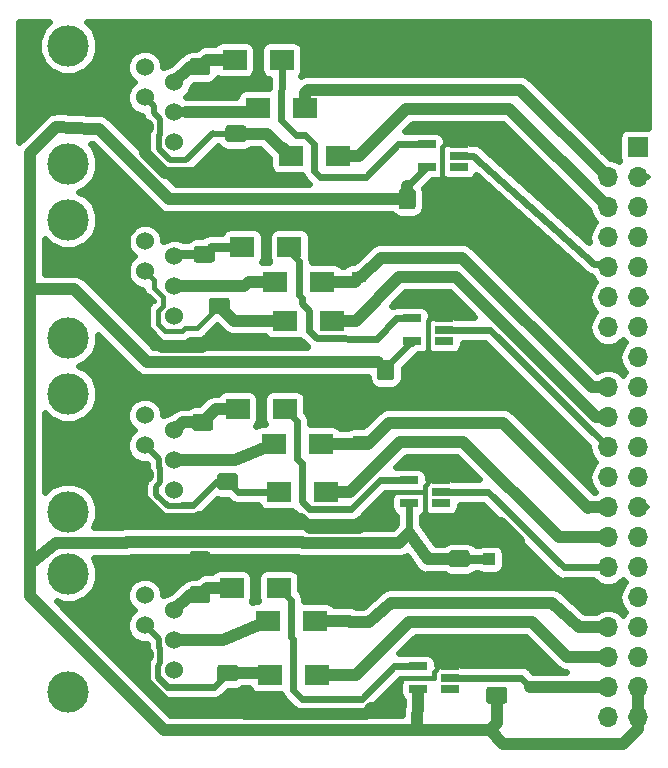
<source format=gbr>
G04 #@! TF.GenerationSoftware,KiCad,Pcbnew,(5.0.1-3-g963ef8bb5)*
G04 #@! TF.CreationDate,2018-10-22T16:54:22-05:00*
G04 #@! TF.ProjectId,PiKwonDoHAT,50694B776F6E446F4841542E6B696361,rev?*
G04 #@! TF.SameCoordinates,PX7735940PY42c1d80*
G04 #@! TF.FileFunction,Copper,L1,Top,Signal*
G04 #@! TF.FilePolarity,Positive*
%FSLAX46Y46*%
G04 Gerber Fmt 4.6, Leading zero omitted, Abs format (unit mm)*
G04 Created by KiCad (PCBNEW (5.0.1-3-g963ef8bb5)) date Monday, October 22, 2018 at 04:54:22 PM*
%MOMM*%
%LPD*%
G01*
G04 APERTURE LIST*
G04 #@! TA.AperFunction,SMDPad,CuDef*
%ADD10R,1.200000X0.900000*%
G04 #@! TD*
G04 #@! TA.AperFunction,Conductor*
%ADD11C,0.100000*%
G04 #@! TD*
G04 #@! TA.AperFunction,SMDPad,CuDef*
%ADD12C,1.425000*%
G04 #@! TD*
G04 #@! TA.AperFunction,ComponentPad*
%ADD13R,1.700000X1.700000*%
G04 #@! TD*
G04 #@! TA.AperFunction,ComponentPad*
%ADD14O,1.700000X1.700000*%
G04 #@! TD*
G04 #@! TA.AperFunction,ComponentPad*
%ADD15C,1.524000*%
G04 #@! TD*
G04 #@! TA.AperFunction,WasherPad*
%ADD16C,3.500000*%
G04 #@! TD*
G04 #@! TA.AperFunction,SMDPad,CuDef*
%ADD17R,2.000000X1.700000*%
G04 #@! TD*
G04 #@! TA.AperFunction,SMDPad,CuDef*
%ADD18R,1.560000X0.650000*%
G04 #@! TD*
G04 #@! TA.AperFunction,SMDPad,CuDef*
%ADD19R,1.000000X1.000000*%
G04 #@! TD*
G04 #@! TA.AperFunction,Conductor*
%ADD20C,0.400000*%
G04 #@! TD*
G04 #@! TA.AperFunction,Conductor*
%ADD21C,1.000000*%
G04 #@! TD*
G04 #@! TA.AperFunction,Conductor*
%ADD22C,0.800000*%
G04 #@! TD*
G04 #@! TA.AperFunction,Conductor*
%ADD23C,0.500000*%
G04 #@! TD*
G04 #@! TA.AperFunction,Conductor*
%ADD24C,0.600000*%
G04 #@! TD*
G04 #@! TA.AperFunction,Conductor*
%ADD25C,0.450000*%
G04 #@! TD*
G04 APERTURE END LIST*
D10*
G04 #@! TO.P,D8,2*
G04 #@! TO.N,GND*
X-24003000Y-3303000D03*
G04 #@! TO.P,D8,1*
G04 #@! TO.N,/C_DATA*
X-24003000Y-6603000D03*
G04 #@! TD*
G04 #@! TO.P,D2,2*
G04 #@! TO.N,GND*
X-26118000Y-48388000D03*
G04 #@! TO.P,D2,1*
G04 #@! TO.N,/J1_DATA*
X-26118000Y-51688000D03*
G04 #@! TD*
G04 #@! TO.P,D3,1*
G04 #@! TO.N,/J1_LOAD*
X-19768000Y-51688000D03*
G04 #@! TO.P,D3,2*
G04 #@! TO.N,GND*
X-19768000Y-48388000D03*
G04 #@! TD*
G04 #@! TO.P,D4,2*
G04 #@! TO.N,GND*
X-25250000Y-33092000D03*
G04 #@! TO.P,D4,1*
G04 #@! TO.N,/J2_DATA*
X-25250000Y-36392000D03*
G04 #@! TD*
G04 #@! TO.P,D9,1*
G04 #@! TO.N,/C_LOAD*
X-17736000Y-8254000D03*
G04 #@! TO.P,D9,2*
G04 #@! TO.N,GND*
X-17736000Y-4954000D03*
G04 #@! TD*
G04 #@! TO.P,D7,1*
G04 #@! TO.N,/J3_LOAD*
X-19768000Y-22478000D03*
G04 #@! TO.P,D7,2*
G04 #@! TO.N,GND*
X-19768000Y-19178000D03*
G04 #@! TD*
G04 #@! TO.P,D6,2*
G04 #@! TO.N,GND*
X-25356000Y-19178000D03*
G04 #@! TO.P,D6,1*
G04 #@! TO.N,/J3_DATA*
X-25356000Y-22478000D03*
G04 #@! TD*
G04 #@! TO.P,D5,1*
G04 #@! TO.N,/J2_LOAD*
X-20250000Y-36392000D03*
G04 #@! TO.P,D5,2*
G04 #@! TO.N,GND*
X-20250000Y-33092000D03*
G04 #@! TD*
D11*
G04 #@! TO.N,GND*
G04 #@! TO.C,C1*
G36*
X-13066496Y-54189204D02*
X-13042227Y-54192804D01*
X-13018429Y-54198765D01*
X-12995329Y-54207030D01*
X-12973151Y-54217520D01*
X-12952107Y-54230133D01*
X-12932402Y-54244747D01*
X-12914223Y-54261223D01*
X-12897747Y-54279402D01*
X-12883133Y-54299107D01*
X-12870520Y-54320151D01*
X-12860030Y-54342329D01*
X-12851765Y-54365429D01*
X-12845804Y-54389227D01*
X-12842204Y-54413496D01*
X-12841000Y-54438000D01*
X-12841000Y-55363000D01*
X-12842204Y-55387504D01*
X-12845804Y-55411773D01*
X-12851765Y-55435571D01*
X-12860030Y-55458671D01*
X-12870520Y-55480849D01*
X-12883133Y-55501893D01*
X-12897747Y-55521598D01*
X-12914223Y-55539777D01*
X-12932402Y-55556253D01*
X-12952107Y-55570867D01*
X-12973151Y-55583480D01*
X-12995329Y-55593970D01*
X-13018429Y-55602235D01*
X-13042227Y-55608196D01*
X-13066496Y-55611796D01*
X-13091000Y-55613000D01*
X-14341000Y-55613000D01*
X-14365504Y-55611796D01*
X-14389773Y-55608196D01*
X-14413571Y-55602235D01*
X-14436671Y-55593970D01*
X-14458849Y-55583480D01*
X-14479893Y-55570867D01*
X-14499598Y-55556253D01*
X-14517777Y-55539777D01*
X-14534253Y-55521598D01*
X-14548867Y-55501893D01*
X-14561480Y-55480849D01*
X-14571970Y-55458671D01*
X-14580235Y-55435571D01*
X-14586196Y-55411773D01*
X-14589796Y-55387504D01*
X-14591000Y-55363000D01*
X-14591000Y-54438000D01*
X-14589796Y-54413496D01*
X-14586196Y-54389227D01*
X-14580235Y-54365429D01*
X-14571970Y-54342329D01*
X-14561480Y-54320151D01*
X-14548867Y-54299107D01*
X-14534253Y-54279402D01*
X-14517777Y-54261223D01*
X-14499598Y-54244747D01*
X-14479893Y-54230133D01*
X-14458849Y-54217520D01*
X-14436671Y-54207030D01*
X-14413571Y-54198765D01*
X-14389773Y-54192804D01*
X-14365504Y-54189204D01*
X-14341000Y-54188000D01*
X-13091000Y-54188000D01*
X-13066496Y-54189204D01*
X-13066496Y-54189204D01*
G37*
D12*
G04 #@! TD*
G04 #@! TO.P,C1,2*
G04 #@! TO.N,GND*
X-13716000Y-54900500D03*
D11*
G04 #@! TO.N,+5V*
G04 #@! TO.C,C1*
G36*
X-13066496Y-57164204D02*
X-13042227Y-57167804D01*
X-13018429Y-57173765D01*
X-12995329Y-57182030D01*
X-12973151Y-57192520D01*
X-12952107Y-57205133D01*
X-12932402Y-57219747D01*
X-12914223Y-57236223D01*
X-12897747Y-57254402D01*
X-12883133Y-57274107D01*
X-12870520Y-57295151D01*
X-12860030Y-57317329D01*
X-12851765Y-57340429D01*
X-12845804Y-57364227D01*
X-12842204Y-57388496D01*
X-12841000Y-57413000D01*
X-12841000Y-58338000D01*
X-12842204Y-58362504D01*
X-12845804Y-58386773D01*
X-12851765Y-58410571D01*
X-12860030Y-58433671D01*
X-12870520Y-58455849D01*
X-12883133Y-58476893D01*
X-12897747Y-58496598D01*
X-12914223Y-58514777D01*
X-12932402Y-58531253D01*
X-12952107Y-58545867D01*
X-12973151Y-58558480D01*
X-12995329Y-58568970D01*
X-13018429Y-58577235D01*
X-13042227Y-58583196D01*
X-13066496Y-58586796D01*
X-13091000Y-58588000D01*
X-14341000Y-58588000D01*
X-14365504Y-58586796D01*
X-14389773Y-58583196D01*
X-14413571Y-58577235D01*
X-14436671Y-58568970D01*
X-14458849Y-58558480D01*
X-14479893Y-58545867D01*
X-14499598Y-58531253D01*
X-14517777Y-58514777D01*
X-14534253Y-58496598D01*
X-14548867Y-58476893D01*
X-14561480Y-58455849D01*
X-14571970Y-58433671D01*
X-14580235Y-58410571D01*
X-14586196Y-58386773D01*
X-14589796Y-58362504D01*
X-14591000Y-58338000D01*
X-14591000Y-57413000D01*
X-14589796Y-57388496D01*
X-14586196Y-57364227D01*
X-14580235Y-57340429D01*
X-14571970Y-57317329D01*
X-14561480Y-57295151D01*
X-14548867Y-57274107D01*
X-14534253Y-57254402D01*
X-14517777Y-57236223D01*
X-14499598Y-57219747D01*
X-14479893Y-57205133D01*
X-14458849Y-57192520D01*
X-14436671Y-57182030D01*
X-14413571Y-57173765D01*
X-14389773Y-57167804D01*
X-14365504Y-57164204D01*
X-14341000Y-57163000D01*
X-13091000Y-57163000D01*
X-13066496Y-57164204D01*
X-13066496Y-57164204D01*
G37*
D12*
G04 #@! TD*
G04 #@! TO.P,C1,1*
G04 #@! TO.N,+5V*
X-13716000Y-57875500D03*
D11*
G04 #@! TO.N,+5V*
G04 #@! TO.C,C2*
G36*
X-16241496Y-45607204D02*
X-16217227Y-45610804D01*
X-16193429Y-45616765D01*
X-16170329Y-45625030D01*
X-16148151Y-45635520D01*
X-16127107Y-45648133D01*
X-16107402Y-45662747D01*
X-16089223Y-45679223D01*
X-16072747Y-45697402D01*
X-16058133Y-45717107D01*
X-16045520Y-45738151D01*
X-16035030Y-45760329D01*
X-16026765Y-45783429D01*
X-16020804Y-45807227D01*
X-16017204Y-45831496D01*
X-16016000Y-45856000D01*
X-16016000Y-46781000D01*
X-16017204Y-46805504D01*
X-16020804Y-46829773D01*
X-16026765Y-46853571D01*
X-16035030Y-46876671D01*
X-16045520Y-46898849D01*
X-16058133Y-46919893D01*
X-16072747Y-46939598D01*
X-16089223Y-46957777D01*
X-16107402Y-46974253D01*
X-16127107Y-46988867D01*
X-16148151Y-47001480D01*
X-16170329Y-47011970D01*
X-16193429Y-47020235D01*
X-16217227Y-47026196D01*
X-16241496Y-47029796D01*
X-16266000Y-47031000D01*
X-17516000Y-47031000D01*
X-17540504Y-47029796D01*
X-17564773Y-47026196D01*
X-17588571Y-47020235D01*
X-17611671Y-47011970D01*
X-17633849Y-47001480D01*
X-17654893Y-46988867D01*
X-17674598Y-46974253D01*
X-17692777Y-46957777D01*
X-17709253Y-46939598D01*
X-17723867Y-46919893D01*
X-17736480Y-46898849D01*
X-17746970Y-46876671D01*
X-17755235Y-46853571D01*
X-17761196Y-46829773D01*
X-17764796Y-46805504D01*
X-17766000Y-46781000D01*
X-17766000Y-45856000D01*
X-17764796Y-45831496D01*
X-17761196Y-45807227D01*
X-17755235Y-45783429D01*
X-17746970Y-45760329D01*
X-17736480Y-45738151D01*
X-17723867Y-45717107D01*
X-17709253Y-45697402D01*
X-17692777Y-45679223D01*
X-17674598Y-45662747D01*
X-17654893Y-45648133D01*
X-17633849Y-45635520D01*
X-17611671Y-45625030D01*
X-17588571Y-45616765D01*
X-17564773Y-45610804D01*
X-17540504Y-45607204D01*
X-17516000Y-45606000D01*
X-16266000Y-45606000D01*
X-16241496Y-45607204D01*
X-16241496Y-45607204D01*
G37*
D12*
G04 #@! TD*
G04 #@! TO.P,C2,1*
G04 #@! TO.N,+5V*
X-16891000Y-46318500D03*
D11*
G04 #@! TO.N,GND*
G04 #@! TO.C,C2*
G36*
X-16241496Y-42632204D02*
X-16217227Y-42635804D01*
X-16193429Y-42641765D01*
X-16170329Y-42650030D01*
X-16148151Y-42660520D01*
X-16127107Y-42673133D01*
X-16107402Y-42687747D01*
X-16089223Y-42704223D01*
X-16072747Y-42722402D01*
X-16058133Y-42742107D01*
X-16045520Y-42763151D01*
X-16035030Y-42785329D01*
X-16026765Y-42808429D01*
X-16020804Y-42832227D01*
X-16017204Y-42856496D01*
X-16016000Y-42881000D01*
X-16016000Y-43806000D01*
X-16017204Y-43830504D01*
X-16020804Y-43854773D01*
X-16026765Y-43878571D01*
X-16035030Y-43901671D01*
X-16045520Y-43923849D01*
X-16058133Y-43944893D01*
X-16072747Y-43964598D01*
X-16089223Y-43982777D01*
X-16107402Y-43999253D01*
X-16127107Y-44013867D01*
X-16148151Y-44026480D01*
X-16170329Y-44036970D01*
X-16193429Y-44045235D01*
X-16217227Y-44051196D01*
X-16241496Y-44054796D01*
X-16266000Y-44056000D01*
X-17516000Y-44056000D01*
X-17540504Y-44054796D01*
X-17564773Y-44051196D01*
X-17588571Y-44045235D01*
X-17611671Y-44036970D01*
X-17633849Y-44026480D01*
X-17654893Y-44013867D01*
X-17674598Y-43999253D01*
X-17692777Y-43982777D01*
X-17709253Y-43964598D01*
X-17723867Y-43944893D01*
X-17736480Y-43923849D01*
X-17746970Y-43901671D01*
X-17755235Y-43878571D01*
X-17761196Y-43854773D01*
X-17764796Y-43830504D01*
X-17766000Y-43806000D01*
X-17766000Y-42881000D01*
X-17764796Y-42856496D01*
X-17761196Y-42832227D01*
X-17755235Y-42808429D01*
X-17746970Y-42785329D01*
X-17736480Y-42763151D01*
X-17723867Y-42742107D01*
X-17709253Y-42722402D01*
X-17692777Y-42704223D01*
X-17674598Y-42687747D01*
X-17654893Y-42673133D01*
X-17633849Y-42660520D01*
X-17611671Y-42650030D01*
X-17588571Y-42641765D01*
X-17564773Y-42635804D01*
X-17540504Y-42632204D01*
X-17516000Y-42631000D01*
X-16266000Y-42631000D01*
X-16241496Y-42632204D01*
X-16241496Y-42632204D01*
G37*
D12*
G04 #@! TD*
G04 #@! TO.P,C2,2*
G04 #@! TO.N,GND*
X-16891000Y-43343500D03*
D11*
G04 #@! TO.N,GND*
G04 #@! TO.C,C3*
G36*
X-19651996Y-29479204D02*
X-19627727Y-29482804D01*
X-19603929Y-29488765D01*
X-19580829Y-29497030D01*
X-19558651Y-29507520D01*
X-19537607Y-29520133D01*
X-19517902Y-29534747D01*
X-19499723Y-29551223D01*
X-19483247Y-29569402D01*
X-19468633Y-29589107D01*
X-19456020Y-29610151D01*
X-19445530Y-29632329D01*
X-19437265Y-29655429D01*
X-19431304Y-29679227D01*
X-19427704Y-29703496D01*
X-19426500Y-29728000D01*
X-19426500Y-30978000D01*
X-19427704Y-31002504D01*
X-19431304Y-31026773D01*
X-19437265Y-31050571D01*
X-19445530Y-31073671D01*
X-19456020Y-31095849D01*
X-19468633Y-31116893D01*
X-19483247Y-31136598D01*
X-19499723Y-31154777D01*
X-19517902Y-31171253D01*
X-19537607Y-31185867D01*
X-19558651Y-31198480D01*
X-19580829Y-31208970D01*
X-19603929Y-31217235D01*
X-19627727Y-31223196D01*
X-19651996Y-31226796D01*
X-19676500Y-31228000D01*
X-20601500Y-31228000D01*
X-20626004Y-31226796D01*
X-20650273Y-31223196D01*
X-20674071Y-31217235D01*
X-20697171Y-31208970D01*
X-20719349Y-31198480D01*
X-20740393Y-31185867D01*
X-20760098Y-31171253D01*
X-20778277Y-31154777D01*
X-20794753Y-31136598D01*
X-20809367Y-31116893D01*
X-20821980Y-31095849D01*
X-20832470Y-31073671D01*
X-20840735Y-31050571D01*
X-20846696Y-31026773D01*
X-20850296Y-31002504D01*
X-20851500Y-30978000D01*
X-20851500Y-29728000D01*
X-20850296Y-29703496D01*
X-20846696Y-29679227D01*
X-20840735Y-29655429D01*
X-20832470Y-29632329D01*
X-20821980Y-29610151D01*
X-20809367Y-29589107D01*
X-20794753Y-29569402D01*
X-20778277Y-29551223D01*
X-20760098Y-29534747D01*
X-20740393Y-29520133D01*
X-20719349Y-29507520D01*
X-20697171Y-29497030D01*
X-20674071Y-29488765D01*
X-20650273Y-29482804D01*
X-20626004Y-29479204D01*
X-20601500Y-29478000D01*
X-19676500Y-29478000D01*
X-19651996Y-29479204D01*
X-19651996Y-29479204D01*
G37*
D12*
G04 #@! TD*
G04 #@! TO.P,C3,2*
G04 #@! TO.N,GND*
X-20139000Y-30353000D03*
D11*
G04 #@! TO.N,+5V*
G04 #@! TO.C,C3*
G36*
X-22626996Y-29479204D02*
X-22602727Y-29482804D01*
X-22578929Y-29488765D01*
X-22555829Y-29497030D01*
X-22533651Y-29507520D01*
X-22512607Y-29520133D01*
X-22492902Y-29534747D01*
X-22474723Y-29551223D01*
X-22458247Y-29569402D01*
X-22443633Y-29589107D01*
X-22431020Y-29610151D01*
X-22420530Y-29632329D01*
X-22412265Y-29655429D01*
X-22406304Y-29679227D01*
X-22402704Y-29703496D01*
X-22401500Y-29728000D01*
X-22401500Y-30978000D01*
X-22402704Y-31002504D01*
X-22406304Y-31026773D01*
X-22412265Y-31050571D01*
X-22420530Y-31073671D01*
X-22431020Y-31095849D01*
X-22443633Y-31116893D01*
X-22458247Y-31136598D01*
X-22474723Y-31154777D01*
X-22492902Y-31171253D01*
X-22512607Y-31185867D01*
X-22533651Y-31198480D01*
X-22555829Y-31208970D01*
X-22578929Y-31217235D01*
X-22602727Y-31223196D01*
X-22626996Y-31226796D01*
X-22651500Y-31228000D01*
X-23576500Y-31228000D01*
X-23601004Y-31226796D01*
X-23625273Y-31223196D01*
X-23649071Y-31217235D01*
X-23672171Y-31208970D01*
X-23694349Y-31198480D01*
X-23715393Y-31185867D01*
X-23735098Y-31171253D01*
X-23753277Y-31154777D01*
X-23769753Y-31136598D01*
X-23784367Y-31116893D01*
X-23796980Y-31095849D01*
X-23807470Y-31073671D01*
X-23815735Y-31050571D01*
X-23821696Y-31026773D01*
X-23825296Y-31002504D01*
X-23826500Y-30978000D01*
X-23826500Y-29728000D01*
X-23825296Y-29703496D01*
X-23821696Y-29679227D01*
X-23815735Y-29655429D01*
X-23807470Y-29632329D01*
X-23796980Y-29610151D01*
X-23784367Y-29589107D01*
X-23769753Y-29569402D01*
X-23753277Y-29551223D01*
X-23735098Y-29534747D01*
X-23715393Y-29520133D01*
X-23694349Y-29507520D01*
X-23672171Y-29497030D01*
X-23649071Y-29488765D01*
X-23625273Y-29482804D01*
X-23601004Y-29479204D01*
X-23576500Y-29478000D01*
X-22651500Y-29478000D01*
X-22626996Y-29479204D01*
X-22626996Y-29479204D01*
G37*
D12*
G04 #@! TD*
G04 #@! TO.P,C3,1*
G04 #@! TO.N,+5V*
X-23114000Y-30353000D03*
D11*
G04 #@! TO.N,+5V*
G04 #@! TO.C,C4*
G36*
X-20812496Y-15001204D02*
X-20788227Y-15004804D01*
X-20764429Y-15010765D01*
X-20741329Y-15019030D01*
X-20719151Y-15029520D01*
X-20698107Y-15042133D01*
X-20678402Y-15056747D01*
X-20660223Y-15073223D01*
X-20643747Y-15091402D01*
X-20629133Y-15111107D01*
X-20616520Y-15132151D01*
X-20606030Y-15154329D01*
X-20597765Y-15177429D01*
X-20591804Y-15201227D01*
X-20588204Y-15225496D01*
X-20587000Y-15250000D01*
X-20587000Y-16500000D01*
X-20588204Y-16524504D01*
X-20591804Y-16548773D01*
X-20597765Y-16572571D01*
X-20606030Y-16595671D01*
X-20616520Y-16617849D01*
X-20629133Y-16638893D01*
X-20643747Y-16658598D01*
X-20660223Y-16676777D01*
X-20678402Y-16693253D01*
X-20698107Y-16707867D01*
X-20719151Y-16720480D01*
X-20741329Y-16730970D01*
X-20764429Y-16739235D01*
X-20788227Y-16745196D01*
X-20812496Y-16748796D01*
X-20837000Y-16750000D01*
X-21762000Y-16750000D01*
X-21786504Y-16748796D01*
X-21810773Y-16745196D01*
X-21834571Y-16739235D01*
X-21857671Y-16730970D01*
X-21879849Y-16720480D01*
X-21900893Y-16707867D01*
X-21920598Y-16693253D01*
X-21938777Y-16676777D01*
X-21955253Y-16658598D01*
X-21969867Y-16638893D01*
X-21982480Y-16617849D01*
X-21992970Y-16595671D01*
X-22001235Y-16572571D01*
X-22007196Y-16548773D01*
X-22010796Y-16524504D01*
X-22012000Y-16500000D01*
X-22012000Y-15250000D01*
X-22010796Y-15225496D01*
X-22007196Y-15201227D01*
X-22001235Y-15177429D01*
X-21992970Y-15154329D01*
X-21982480Y-15132151D01*
X-21969867Y-15111107D01*
X-21955253Y-15091402D01*
X-21938777Y-15073223D01*
X-21920598Y-15056747D01*
X-21900893Y-15042133D01*
X-21879849Y-15029520D01*
X-21857671Y-15019030D01*
X-21834571Y-15010765D01*
X-21810773Y-15004804D01*
X-21786504Y-15001204D01*
X-21762000Y-15000000D01*
X-20837000Y-15000000D01*
X-20812496Y-15001204D01*
X-20812496Y-15001204D01*
G37*
D12*
G04 #@! TD*
G04 #@! TO.P,C4,1*
G04 #@! TO.N,+5V*
X-21299500Y-15875000D03*
D11*
G04 #@! TO.N,GND*
G04 #@! TO.C,C4*
G36*
X-17837496Y-15001204D02*
X-17813227Y-15004804D01*
X-17789429Y-15010765D01*
X-17766329Y-15019030D01*
X-17744151Y-15029520D01*
X-17723107Y-15042133D01*
X-17703402Y-15056747D01*
X-17685223Y-15073223D01*
X-17668747Y-15091402D01*
X-17654133Y-15111107D01*
X-17641520Y-15132151D01*
X-17631030Y-15154329D01*
X-17622765Y-15177429D01*
X-17616804Y-15201227D01*
X-17613204Y-15225496D01*
X-17612000Y-15250000D01*
X-17612000Y-16500000D01*
X-17613204Y-16524504D01*
X-17616804Y-16548773D01*
X-17622765Y-16572571D01*
X-17631030Y-16595671D01*
X-17641520Y-16617849D01*
X-17654133Y-16638893D01*
X-17668747Y-16658598D01*
X-17685223Y-16676777D01*
X-17703402Y-16693253D01*
X-17723107Y-16707867D01*
X-17744151Y-16720480D01*
X-17766329Y-16730970D01*
X-17789429Y-16739235D01*
X-17813227Y-16745196D01*
X-17837496Y-16748796D01*
X-17862000Y-16750000D01*
X-18787000Y-16750000D01*
X-18811504Y-16748796D01*
X-18835773Y-16745196D01*
X-18859571Y-16739235D01*
X-18882671Y-16730970D01*
X-18904849Y-16720480D01*
X-18925893Y-16707867D01*
X-18945598Y-16693253D01*
X-18963777Y-16676777D01*
X-18980253Y-16658598D01*
X-18994867Y-16638893D01*
X-19007480Y-16617849D01*
X-19017970Y-16595671D01*
X-19026235Y-16572571D01*
X-19032196Y-16548773D01*
X-19035796Y-16524504D01*
X-19037000Y-16500000D01*
X-19037000Y-15250000D01*
X-19035796Y-15225496D01*
X-19032196Y-15201227D01*
X-19026235Y-15177429D01*
X-19017970Y-15154329D01*
X-19007480Y-15132151D01*
X-18994867Y-15111107D01*
X-18980253Y-15091402D01*
X-18963777Y-15073223D01*
X-18945598Y-15056747D01*
X-18925893Y-15042133D01*
X-18904849Y-15029520D01*
X-18882671Y-15019030D01*
X-18859571Y-15010765D01*
X-18835773Y-15004804D01*
X-18811504Y-15001204D01*
X-18787000Y-15000000D01*
X-17862000Y-15000000D01*
X-17837496Y-15001204D01*
X-17837496Y-15001204D01*
G37*
D12*
G04 #@! TD*
G04 #@! TO.P,C4,2*
G04 #@! TO.N,GND*
X-18324500Y-15875000D03*
D11*
G04 #@! TO.N,GND*
G04 #@! TO.C,C5*
G36*
X-35850496Y-58268204D02*
X-35826227Y-58271804D01*
X-35802429Y-58277765D01*
X-35779329Y-58286030D01*
X-35757151Y-58296520D01*
X-35736107Y-58309133D01*
X-35716402Y-58323747D01*
X-35698223Y-58340223D01*
X-35681747Y-58358402D01*
X-35667133Y-58378107D01*
X-35654520Y-58399151D01*
X-35644030Y-58421329D01*
X-35635765Y-58444429D01*
X-35629804Y-58468227D01*
X-35626204Y-58492496D01*
X-35625000Y-58517000D01*
X-35625000Y-59442000D01*
X-35626204Y-59466504D01*
X-35629804Y-59490773D01*
X-35635765Y-59514571D01*
X-35644030Y-59537671D01*
X-35654520Y-59559849D01*
X-35667133Y-59580893D01*
X-35681747Y-59600598D01*
X-35698223Y-59618777D01*
X-35716402Y-59635253D01*
X-35736107Y-59649867D01*
X-35757151Y-59662480D01*
X-35779329Y-59672970D01*
X-35802429Y-59681235D01*
X-35826227Y-59687196D01*
X-35850496Y-59690796D01*
X-35875000Y-59692000D01*
X-37125000Y-59692000D01*
X-37149504Y-59690796D01*
X-37173773Y-59687196D01*
X-37197571Y-59681235D01*
X-37220671Y-59672970D01*
X-37242849Y-59662480D01*
X-37263893Y-59649867D01*
X-37283598Y-59635253D01*
X-37301777Y-59618777D01*
X-37318253Y-59600598D01*
X-37332867Y-59580893D01*
X-37345480Y-59559849D01*
X-37355970Y-59537671D01*
X-37364235Y-59514571D01*
X-37370196Y-59490773D01*
X-37373796Y-59466504D01*
X-37375000Y-59442000D01*
X-37375000Y-58517000D01*
X-37373796Y-58492496D01*
X-37370196Y-58468227D01*
X-37364235Y-58444429D01*
X-37355970Y-58421329D01*
X-37345480Y-58399151D01*
X-37332867Y-58378107D01*
X-37318253Y-58358402D01*
X-37301777Y-58340223D01*
X-37283598Y-58323747D01*
X-37263893Y-58309133D01*
X-37242849Y-58296520D01*
X-37220671Y-58286030D01*
X-37197571Y-58277765D01*
X-37173773Y-58271804D01*
X-37149504Y-58268204D01*
X-37125000Y-58267000D01*
X-35875000Y-58267000D01*
X-35850496Y-58268204D01*
X-35850496Y-58268204D01*
G37*
D12*
G04 #@! TD*
G04 #@! TO.P,C5,2*
G04 #@! TO.N,GND*
X-36500000Y-58979500D03*
D11*
G04 #@! TO.N,Net-(C5-Pad1)*
G04 #@! TO.C,C5*
G36*
X-35850496Y-55293204D02*
X-35826227Y-55296804D01*
X-35802429Y-55302765D01*
X-35779329Y-55311030D01*
X-35757151Y-55321520D01*
X-35736107Y-55334133D01*
X-35716402Y-55348747D01*
X-35698223Y-55365223D01*
X-35681747Y-55383402D01*
X-35667133Y-55403107D01*
X-35654520Y-55424151D01*
X-35644030Y-55446329D01*
X-35635765Y-55469429D01*
X-35629804Y-55493227D01*
X-35626204Y-55517496D01*
X-35625000Y-55542000D01*
X-35625000Y-56467000D01*
X-35626204Y-56491504D01*
X-35629804Y-56515773D01*
X-35635765Y-56539571D01*
X-35644030Y-56562671D01*
X-35654520Y-56584849D01*
X-35667133Y-56605893D01*
X-35681747Y-56625598D01*
X-35698223Y-56643777D01*
X-35716402Y-56660253D01*
X-35736107Y-56674867D01*
X-35757151Y-56687480D01*
X-35779329Y-56697970D01*
X-35802429Y-56706235D01*
X-35826227Y-56712196D01*
X-35850496Y-56715796D01*
X-35875000Y-56717000D01*
X-37125000Y-56717000D01*
X-37149504Y-56715796D01*
X-37173773Y-56712196D01*
X-37197571Y-56706235D01*
X-37220671Y-56697970D01*
X-37242849Y-56687480D01*
X-37263893Y-56674867D01*
X-37283598Y-56660253D01*
X-37301777Y-56643777D01*
X-37318253Y-56625598D01*
X-37332867Y-56605893D01*
X-37345480Y-56584849D01*
X-37355970Y-56562671D01*
X-37364235Y-56539571D01*
X-37370196Y-56515773D01*
X-37373796Y-56491504D01*
X-37375000Y-56467000D01*
X-37375000Y-55542000D01*
X-37373796Y-55517496D01*
X-37370196Y-55493227D01*
X-37364235Y-55469429D01*
X-37355970Y-55446329D01*
X-37345480Y-55424151D01*
X-37332867Y-55403107D01*
X-37318253Y-55383402D01*
X-37301777Y-55365223D01*
X-37283598Y-55348747D01*
X-37263893Y-55334133D01*
X-37242849Y-55321520D01*
X-37220671Y-55311030D01*
X-37197571Y-55302765D01*
X-37173773Y-55296804D01*
X-37149504Y-55293204D01*
X-37125000Y-55292000D01*
X-35875000Y-55292000D01*
X-35850496Y-55293204D01*
X-35850496Y-55293204D01*
G37*
D12*
G04 #@! TD*
G04 #@! TO.P,C5,1*
G04 #@! TO.N,Net-(C5-Pad1)*
X-36500000Y-56004500D03*
D11*
G04 #@! TO.N,Net-(C6-Pad1)*
G04 #@! TO.C,C6*
G36*
X-38212496Y-48655204D02*
X-38188227Y-48658804D01*
X-38164429Y-48664765D01*
X-38141329Y-48673030D01*
X-38119151Y-48683520D01*
X-38098107Y-48696133D01*
X-38078402Y-48710747D01*
X-38060223Y-48727223D01*
X-38043747Y-48745402D01*
X-38029133Y-48765107D01*
X-38016520Y-48786151D01*
X-38006030Y-48808329D01*
X-37997765Y-48831429D01*
X-37991804Y-48855227D01*
X-37988204Y-48879496D01*
X-37987000Y-48904000D01*
X-37987000Y-49829000D01*
X-37988204Y-49853504D01*
X-37991804Y-49877773D01*
X-37997765Y-49901571D01*
X-38006030Y-49924671D01*
X-38016520Y-49946849D01*
X-38029133Y-49967893D01*
X-38043747Y-49987598D01*
X-38060223Y-50005777D01*
X-38078402Y-50022253D01*
X-38098107Y-50036867D01*
X-38119151Y-50049480D01*
X-38141329Y-50059970D01*
X-38164429Y-50068235D01*
X-38188227Y-50074196D01*
X-38212496Y-50077796D01*
X-38237000Y-50079000D01*
X-39487000Y-50079000D01*
X-39511504Y-50077796D01*
X-39535773Y-50074196D01*
X-39559571Y-50068235D01*
X-39582671Y-50059970D01*
X-39604849Y-50049480D01*
X-39625893Y-50036867D01*
X-39645598Y-50022253D01*
X-39663777Y-50005777D01*
X-39680253Y-49987598D01*
X-39694867Y-49967893D01*
X-39707480Y-49946849D01*
X-39717970Y-49924671D01*
X-39726235Y-49901571D01*
X-39732196Y-49877773D01*
X-39735796Y-49853504D01*
X-39737000Y-49829000D01*
X-39737000Y-48904000D01*
X-39735796Y-48879496D01*
X-39732196Y-48855227D01*
X-39726235Y-48831429D01*
X-39717970Y-48808329D01*
X-39707480Y-48786151D01*
X-39694867Y-48765107D01*
X-39680253Y-48745402D01*
X-39663777Y-48727223D01*
X-39645598Y-48710747D01*
X-39625893Y-48696133D01*
X-39604849Y-48683520D01*
X-39582671Y-48673030D01*
X-39559571Y-48664765D01*
X-39535773Y-48658804D01*
X-39511504Y-48655204D01*
X-39487000Y-48654000D01*
X-38237000Y-48654000D01*
X-38212496Y-48655204D01*
X-38212496Y-48655204D01*
G37*
D12*
G04 #@! TD*
G04 #@! TO.P,C6,1*
G04 #@! TO.N,Net-(C6-Pad1)*
X-38862000Y-49366500D03*
D11*
G04 #@! TO.N,GND*
G04 #@! TO.C,C6*
G36*
X-38212496Y-45680204D02*
X-38188227Y-45683804D01*
X-38164429Y-45689765D01*
X-38141329Y-45698030D01*
X-38119151Y-45708520D01*
X-38098107Y-45721133D01*
X-38078402Y-45735747D01*
X-38060223Y-45752223D01*
X-38043747Y-45770402D01*
X-38029133Y-45790107D01*
X-38016520Y-45811151D01*
X-38006030Y-45833329D01*
X-37997765Y-45856429D01*
X-37991804Y-45880227D01*
X-37988204Y-45904496D01*
X-37987000Y-45929000D01*
X-37987000Y-46854000D01*
X-37988204Y-46878504D01*
X-37991804Y-46902773D01*
X-37997765Y-46926571D01*
X-38006030Y-46949671D01*
X-38016520Y-46971849D01*
X-38029133Y-46992893D01*
X-38043747Y-47012598D01*
X-38060223Y-47030777D01*
X-38078402Y-47047253D01*
X-38098107Y-47061867D01*
X-38119151Y-47074480D01*
X-38141329Y-47084970D01*
X-38164429Y-47093235D01*
X-38188227Y-47099196D01*
X-38212496Y-47102796D01*
X-38237000Y-47104000D01*
X-39487000Y-47104000D01*
X-39511504Y-47102796D01*
X-39535773Y-47099196D01*
X-39559571Y-47093235D01*
X-39582671Y-47084970D01*
X-39604849Y-47074480D01*
X-39625893Y-47061867D01*
X-39645598Y-47047253D01*
X-39663777Y-47030777D01*
X-39680253Y-47012598D01*
X-39694867Y-46992893D01*
X-39707480Y-46971849D01*
X-39717970Y-46949671D01*
X-39726235Y-46926571D01*
X-39732196Y-46902773D01*
X-39735796Y-46878504D01*
X-39737000Y-46854000D01*
X-39737000Y-45929000D01*
X-39735796Y-45904496D01*
X-39732196Y-45880227D01*
X-39726235Y-45856429D01*
X-39717970Y-45833329D01*
X-39707480Y-45811151D01*
X-39694867Y-45790107D01*
X-39680253Y-45770402D01*
X-39663777Y-45752223D01*
X-39645598Y-45735747D01*
X-39625893Y-45721133D01*
X-39604849Y-45708520D01*
X-39582671Y-45698030D01*
X-39559571Y-45689765D01*
X-39535773Y-45683804D01*
X-39511504Y-45680204D01*
X-39487000Y-45679000D01*
X-38237000Y-45679000D01*
X-38212496Y-45680204D01*
X-38212496Y-45680204D01*
G37*
D12*
G04 #@! TD*
G04 #@! TO.P,C6,2*
G04 #@! TO.N,GND*
X-38862000Y-46391500D03*
D11*
G04 #@! TO.N,GND*
G04 #@! TO.C,C7*
G36*
X-35850496Y-42051204D02*
X-35826227Y-42054804D01*
X-35802429Y-42060765D01*
X-35779329Y-42069030D01*
X-35757151Y-42079520D01*
X-35736107Y-42092133D01*
X-35716402Y-42106747D01*
X-35698223Y-42123223D01*
X-35681747Y-42141402D01*
X-35667133Y-42161107D01*
X-35654520Y-42182151D01*
X-35644030Y-42204329D01*
X-35635765Y-42227429D01*
X-35629804Y-42251227D01*
X-35626204Y-42275496D01*
X-35625000Y-42300000D01*
X-35625000Y-43225000D01*
X-35626204Y-43249504D01*
X-35629804Y-43273773D01*
X-35635765Y-43297571D01*
X-35644030Y-43320671D01*
X-35654520Y-43342849D01*
X-35667133Y-43363893D01*
X-35681747Y-43383598D01*
X-35698223Y-43401777D01*
X-35716402Y-43418253D01*
X-35736107Y-43432867D01*
X-35757151Y-43445480D01*
X-35779329Y-43455970D01*
X-35802429Y-43464235D01*
X-35826227Y-43470196D01*
X-35850496Y-43473796D01*
X-35875000Y-43475000D01*
X-37125000Y-43475000D01*
X-37149504Y-43473796D01*
X-37173773Y-43470196D01*
X-37197571Y-43464235D01*
X-37220671Y-43455970D01*
X-37242849Y-43445480D01*
X-37263893Y-43432867D01*
X-37283598Y-43418253D01*
X-37301777Y-43401777D01*
X-37318253Y-43383598D01*
X-37332867Y-43363893D01*
X-37345480Y-43342849D01*
X-37355970Y-43320671D01*
X-37364235Y-43297571D01*
X-37370196Y-43273773D01*
X-37373796Y-43249504D01*
X-37375000Y-43225000D01*
X-37375000Y-42300000D01*
X-37373796Y-42275496D01*
X-37370196Y-42251227D01*
X-37364235Y-42227429D01*
X-37355970Y-42204329D01*
X-37345480Y-42182151D01*
X-37332867Y-42161107D01*
X-37318253Y-42141402D01*
X-37301777Y-42123223D01*
X-37283598Y-42106747D01*
X-37263893Y-42092133D01*
X-37242849Y-42079520D01*
X-37220671Y-42069030D01*
X-37197571Y-42060765D01*
X-37173773Y-42054804D01*
X-37149504Y-42051204D01*
X-37125000Y-42050000D01*
X-35875000Y-42050000D01*
X-35850496Y-42051204D01*
X-35850496Y-42051204D01*
G37*
D12*
G04 #@! TD*
G04 #@! TO.P,C7,2*
G04 #@! TO.N,GND*
X-36500000Y-42762500D03*
D11*
G04 #@! TO.N,Net-(C7-Pad1)*
G04 #@! TO.C,C7*
G36*
X-35850496Y-39076204D02*
X-35826227Y-39079804D01*
X-35802429Y-39085765D01*
X-35779329Y-39094030D01*
X-35757151Y-39104520D01*
X-35736107Y-39117133D01*
X-35716402Y-39131747D01*
X-35698223Y-39148223D01*
X-35681747Y-39166402D01*
X-35667133Y-39186107D01*
X-35654520Y-39207151D01*
X-35644030Y-39229329D01*
X-35635765Y-39252429D01*
X-35629804Y-39276227D01*
X-35626204Y-39300496D01*
X-35625000Y-39325000D01*
X-35625000Y-40250000D01*
X-35626204Y-40274504D01*
X-35629804Y-40298773D01*
X-35635765Y-40322571D01*
X-35644030Y-40345671D01*
X-35654520Y-40367849D01*
X-35667133Y-40388893D01*
X-35681747Y-40408598D01*
X-35698223Y-40426777D01*
X-35716402Y-40443253D01*
X-35736107Y-40457867D01*
X-35757151Y-40470480D01*
X-35779329Y-40480970D01*
X-35802429Y-40489235D01*
X-35826227Y-40495196D01*
X-35850496Y-40498796D01*
X-35875000Y-40500000D01*
X-37125000Y-40500000D01*
X-37149504Y-40498796D01*
X-37173773Y-40495196D01*
X-37197571Y-40489235D01*
X-37220671Y-40480970D01*
X-37242849Y-40470480D01*
X-37263893Y-40457867D01*
X-37283598Y-40443253D01*
X-37301777Y-40426777D01*
X-37318253Y-40408598D01*
X-37332867Y-40388893D01*
X-37345480Y-40367849D01*
X-37355970Y-40345671D01*
X-37364235Y-40322571D01*
X-37370196Y-40298773D01*
X-37373796Y-40274504D01*
X-37375000Y-40250000D01*
X-37375000Y-39325000D01*
X-37373796Y-39300496D01*
X-37370196Y-39276227D01*
X-37364235Y-39252429D01*
X-37355970Y-39229329D01*
X-37345480Y-39207151D01*
X-37332867Y-39186107D01*
X-37318253Y-39166402D01*
X-37301777Y-39148223D01*
X-37283598Y-39131747D01*
X-37263893Y-39117133D01*
X-37242849Y-39104520D01*
X-37220671Y-39094030D01*
X-37197571Y-39085765D01*
X-37173773Y-39079804D01*
X-37149504Y-39076204D01*
X-37125000Y-39075000D01*
X-35875000Y-39075000D01*
X-35850496Y-39076204D01*
X-35850496Y-39076204D01*
G37*
D12*
G04 #@! TD*
G04 #@! TO.P,C7,1*
G04 #@! TO.N,Net-(C7-Pad1)*
X-36500000Y-39787500D03*
D11*
G04 #@! TO.N,Net-(C8-Pad1)*
G04 #@! TO.C,C8*
G36*
X-37958496Y-34050204D02*
X-37934227Y-34053804D01*
X-37910429Y-34059765D01*
X-37887329Y-34068030D01*
X-37865151Y-34078520D01*
X-37844107Y-34091133D01*
X-37824402Y-34105747D01*
X-37806223Y-34122223D01*
X-37789747Y-34140402D01*
X-37775133Y-34160107D01*
X-37762520Y-34181151D01*
X-37752030Y-34203329D01*
X-37743765Y-34226429D01*
X-37737804Y-34250227D01*
X-37734204Y-34274496D01*
X-37733000Y-34299000D01*
X-37733000Y-35224000D01*
X-37734204Y-35248504D01*
X-37737804Y-35272773D01*
X-37743765Y-35296571D01*
X-37752030Y-35319671D01*
X-37762520Y-35341849D01*
X-37775133Y-35362893D01*
X-37789747Y-35382598D01*
X-37806223Y-35400777D01*
X-37824402Y-35417253D01*
X-37844107Y-35431867D01*
X-37865151Y-35444480D01*
X-37887329Y-35454970D01*
X-37910429Y-35463235D01*
X-37934227Y-35469196D01*
X-37958496Y-35472796D01*
X-37983000Y-35474000D01*
X-39233000Y-35474000D01*
X-39257504Y-35472796D01*
X-39281773Y-35469196D01*
X-39305571Y-35463235D01*
X-39328671Y-35454970D01*
X-39350849Y-35444480D01*
X-39371893Y-35431867D01*
X-39391598Y-35417253D01*
X-39409777Y-35400777D01*
X-39426253Y-35382598D01*
X-39440867Y-35362893D01*
X-39453480Y-35341849D01*
X-39463970Y-35319671D01*
X-39472235Y-35296571D01*
X-39478196Y-35272773D01*
X-39481796Y-35248504D01*
X-39483000Y-35224000D01*
X-39483000Y-34299000D01*
X-39481796Y-34274496D01*
X-39478196Y-34250227D01*
X-39472235Y-34226429D01*
X-39463970Y-34203329D01*
X-39453480Y-34181151D01*
X-39440867Y-34160107D01*
X-39426253Y-34140402D01*
X-39409777Y-34122223D01*
X-39391598Y-34105747D01*
X-39371893Y-34091133D01*
X-39350849Y-34078520D01*
X-39328671Y-34068030D01*
X-39305571Y-34059765D01*
X-39281773Y-34053804D01*
X-39257504Y-34050204D01*
X-39233000Y-34049000D01*
X-37983000Y-34049000D01*
X-37958496Y-34050204D01*
X-37958496Y-34050204D01*
G37*
D12*
G04 #@! TD*
G04 #@! TO.P,C8,1*
G04 #@! TO.N,Net-(C8-Pad1)*
X-38608000Y-34761500D03*
D11*
G04 #@! TO.N,GND*
G04 #@! TO.C,C8*
G36*
X-37958496Y-31075204D02*
X-37934227Y-31078804D01*
X-37910429Y-31084765D01*
X-37887329Y-31093030D01*
X-37865151Y-31103520D01*
X-37844107Y-31116133D01*
X-37824402Y-31130747D01*
X-37806223Y-31147223D01*
X-37789747Y-31165402D01*
X-37775133Y-31185107D01*
X-37762520Y-31206151D01*
X-37752030Y-31228329D01*
X-37743765Y-31251429D01*
X-37737804Y-31275227D01*
X-37734204Y-31299496D01*
X-37733000Y-31324000D01*
X-37733000Y-32249000D01*
X-37734204Y-32273504D01*
X-37737804Y-32297773D01*
X-37743765Y-32321571D01*
X-37752030Y-32344671D01*
X-37762520Y-32366849D01*
X-37775133Y-32387893D01*
X-37789747Y-32407598D01*
X-37806223Y-32425777D01*
X-37824402Y-32442253D01*
X-37844107Y-32456867D01*
X-37865151Y-32469480D01*
X-37887329Y-32479970D01*
X-37910429Y-32488235D01*
X-37934227Y-32494196D01*
X-37958496Y-32497796D01*
X-37983000Y-32499000D01*
X-39233000Y-32499000D01*
X-39257504Y-32497796D01*
X-39281773Y-32494196D01*
X-39305571Y-32488235D01*
X-39328671Y-32479970D01*
X-39350849Y-32469480D01*
X-39371893Y-32456867D01*
X-39391598Y-32442253D01*
X-39409777Y-32425777D01*
X-39426253Y-32407598D01*
X-39440867Y-32387893D01*
X-39453480Y-32366849D01*
X-39463970Y-32344671D01*
X-39472235Y-32321571D01*
X-39478196Y-32297773D01*
X-39481796Y-32273504D01*
X-39483000Y-32249000D01*
X-39483000Y-31324000D01*
X-39481796Y-31299496D01*
X-39478196Y-31275227D01*
X-39472235Y-31251429D01*
X-39463970Y-31228329D01*
X-39453480Y-31206151D01*
X-39440867Y-31185107D01*
X-39426253Y-31165402D01*
X-39409777Y-31147223D01*
X-39391598Y-31130747D01*
X-39371893Y-31116133D01*
X-39350849Y-31103520D01*
X-39328671Y-31093030D01*
X-39305571Y-31084765D01*
X-39281773Y-31078804D01*
X-39257504Y-31075204D01*
X-39233000Y-31074000D01*
X-37983000Y-31074000D01*
X-37958496Y-31075204D01*
X-37958496Y-31075204D01*
G37*
D12*
G04 #@! TD*
G04 #@! TO.P,C8,2*
G04 #@! TO.N,GND*
X-38608000Y-31786500D03*
D11*
G04 #@! TO.N,GND*
G04 #@! TO.C,C9*
G36*
X-36561496Y-27192204D02*
X-36537227Y-27195804D01*
X-36513429Y-27201765D01*
X-36490329Y-27210030D01*
X-36468151Y-27220520D01*
X-36447107Y-27233133D01*
X-36427402Y-27247747D01*
X-36409223Y-27264223D01*
X-36392747Y-27282402D01*
X-36378133Y-27302107D01*
X-36365520Y-27323151D01*
X-36355030Y-27345329D01*
X-36346765Y-27368429D01*
X-36340804Y-27392227D01*
X-36337204Y-27416496D01*
X-36336000Y-27441000D01*
X-36336000Y-28366000D01*
X-36337204Y-28390504D01*
X-36340804Y-28414773D01*
X-36346765Y-28438571D01*
X-36355030Y-28461671D01*
X-36365520Y-28483849D01*
X-36378133Y-28504893D01*
X-36392747Y-28524598D01*
X-36409223Y-28542777D01*
X-36427402Y-28559253D01*
X-36447107Y-28573867D01*
X-36468151Y-28586480D01*
X-36490329Y-28596970D01*
X-36513429Y-28605235D01*
X-36537227Y-28611196D01*
X-36561496Y-28614796D01*
X-36586000Y-28616000D01*
X-37836000Y-28616000D01*
X-37860504Y-28614796D01*
X-37884773Y-28611196D01*
X-37908571Y-28605235D01*
X-37931671Y-28596970D01*
X-37953849Y-28586480D01*
X-37974893Y-28573867D01*
X-37994598Y-28559253D01*
X-38012777Y-28542777D01*
X-38029253Y-28524598D01*
X-38043867Y-28504893D01*
X-38056480Y-28483849D01*
X-38066970Y-28461671D01*
X-38075235Y-28438571D01*
X-38081196Y-28414773D01*
X-38084796Y-28390504D01*
X-38086000Y-28366000D01*
X-38086000Y-27441000D01*
X-38084796Y-27416496D01*
X-38081196Y-27392227D01*
X-38075235Y-27368429D01*
X-38066970Y-27345329D01*
X-38056480Y-27323151D01*
X-38043867Y-27302107D01*
X-38029253Y-27282402D01*
X-38012777Y-27264223D01*
X-37994598Y-27247747D01*
X-37974893Y-27233133D01*
X-37953849Y-27220520D01*
X-37931671Y-27210030D01*
X-37908571Y-27201765D01*
X-37884773Y-27195804D01*
X-37860504Y-27192204D01*
X-37836000Y-27191000D01*
X-36586000Y-27191000D01*
X-36561496Y-27192204D01*
X-36561496Y-27192204D01*
G37*
D12*
G04 #@! TD*
G04 #@! TO.P,C9,2*
G04 #@! TO.N,GND*
X-37211000Y-27903500D03*
D11*
G04 #@! TO.N,Net-(C9-Pad1)*
G04 #@! TO.C,C9*
G36*
X-36561496Y-24217204D02*
X-36537227Y-24220804D01*
X-36513429Y-24226765D01*
X-36490329Y-24235030D01*
X-36468151Y-24245520D01*
X-36447107Y-24258133D01*
X-36427402Y-24272747D01*
X-36409223Y-24289223D01*
X-36392747Y-24307402D01*
X-36378133Y-24327107D01*
X-36365520Y-24348151D01*
X-36355030Y-24370329D01*
X-36346765Y-24393429D01*
X-36340804Y-24417227D01*
X-36337204Y-24441496D01*
X-36336000Y-24466000D01*
X-36336000Y-25391000D01*
X-36337204Y-25415504D01*
X-36340804Y-25439773D01*
X-36346765Y-25463571D01*
X-36355030Y-25486671D01*
X-36365520Y-25508849D01*
X-36378133Y-25529893D01*
X-36392747Y-25549598D01*
X-36409223Y-25567777D01*
X-36427402Y-25584253D01*
X-36447107Y-25598867D01*
X-36468151Y-25611480D01*
X-36490329Y-25621970D01*
X-36513429Y-25630235D01*
X-36537227Y-25636196D01*
X-36561496Y-25639796D01*
X-36586000Y-25641000D01*
X-37836000Y-25641000D01*
X-37860504Y-25639796D01*
X-37884773Y-25636196D01*
X-37908571Y-25630235D01*
X-37931671Y-25621970D01*
X-37953849Y-25611480D01*
X-37974893Y-25598867D01*
X-37994598Y-25584253D01*
X-38012777Y-25567777D01*
X-38029253Y-25549598D01*
X-38043867Y-25529893D01*
X-38056480Y-25508849D01*
X-38066970Y-25486671D01*
X-38075235Y-25463571D01*
X-38081196Y-25439773D01*
X-38084796Y-25415504D01*
X-38086000Y-25391000D01*
X-38086000Y-24466000D01*
X-38084796Y-24441496D01*
X-38081196Y-24417227D01*
X-38075235Y-24393429D01*
X-38066970Y-24370329D01*
X-38056480Y-24348151D01*
X-38043867Y-24327107D01*
X-38029253Y-24307402D01*
X-38012777Y-24289223D01*
X-37994598Y-24272747D01*
X-37974893Y-24258133D01*
X-37953849Y-24245520D01*
X-37931671Y-24235030D01*
X-37908571Y-24226765D01*
X-37884773Y-24220804D01*
X-37860504Y-24217204D01*
X-37836000Y-24216000D01*
X-36586000Y-24216000D01*
X-36561496Y-24217204D01*
X-36561496Y-24217204D01*
G37*
D12*
G04 #@! TD*
G04 #@! TO.P,C9,1*
G04 #@! TO.N,Net-(C9-Pad1)*
X-37211000Y-24928500D03*
D11*
G04 #@! TO.N,Net-(C10-Pad1)*
G04 #@! TO.C,C10*
G36*
X-37831496Y-19826204D02*
X-37807227Y-19829804D01*
X-37783429Y-19835765D01*
X-37760329Y-19844030D01*
X-37738151Y-19854520D01*
X-37717107Y-19867133D01*
X-37697402Y-19881747D01*
X-37679223Y-19898223D01*
X-37662747Y-19916402D01*
X-37648133Y-19936107D01*
X-37635520Y-19957151D01*
X-37625030Y-19979329D01*
X-37616765Y-20002429D01*
X-37610804Y-20026227D01*
X-37607204Y-20050496D01*
X-37606000Y-20075000D01*
X-37606000Y-21000000D01*
X-37607204Y-21024504D01*
X-37610804Y-21048773D01*
X-37616765Y-21072571D01*
X-37625030Y-21095671D01*
X-37635520Y-21117849D01*
X-37648133Y-21138893D01*
X-37662747Y-21158598D01*
X-37679223Y-21176777D01*
X-37697402Y-21193253D01*
X-37717107Y-21207867D01*
X-37738151Y-21220480D01*
X-37760329Y-21230970D01*
X-37783429Y-21239235D01*
X-37807227Y-21245196D01*
X-37831496Y-21248796D01*
X-37856000Y-21250000D01*
X-39106000Y-21250000D01*
X-39130504Y-21248796D01*
X-39154773Y-21245196D01*
X-39178571Y-21239235D01*
X-39201671Y-21230970D01*
X-39223849Y-21220480D01*
X-39244893Y-21207867D01*
X-39264598Y-21193253D01*
X-39282777Y-21176777D01*
X-39299253Y-21158598D01*
X-39313867Y-21138893D01*
X-39326480Y-21117849D01*
X-39336970Y-21095671D01*
X-39345235Y-21072571D01*
X-39351196Y-21048773D01*
X-39354796Y-21024504D01*
X-39356000Y-21000000D01*
X-39356000Y-20075000D01*
X-39354796Y-20050496D01*
X-39351196Y-20026227D01*
X-39345235Y-20002429D01*
X-39336970Y-19979329D01*
X-39326480Y-19957151D01*
X-39313867Y-19936107D01*
X-39299253Y-19916402D01*
X-39282777Y-19898223D01*
X-39264598Y-19881747D01*
X-39244893Y-19867133D01*
X-39223849Y-19854520D01*
X-39201671Y-19844030D01*
X-39178571Y-19835765D01*
X-39154773Y-19829804D01*
X-39130504Y-19826204D01*
X-39106000Y-19825000D01*
X-37856000Y-19825000D01*
X-37831496Y-19826204D01*
X-37831496Y-19826204D01*
G37*
D12*
G04 #@! TD*
G04 #@! TO.P,C10,1*
G04 #@! TO.N,Net-(C10-Pad1)*
X-38481000Y-20537500D03*
D11*
G04 #@! TO.N,GND*
G04 #@! TO.C,C10*
G36*
X-37831496Y-16851204D02*
X-37807227Y-16854804D01*
X-37783429Y-16860765D01*
X-37760329Y-16869030D01*
X-37738151Y-16879520D01*
X-37717107Y-16892133D01*
X-37697402Y-16906747D01*
X-37679223Y-16923223D01*
X-37662747Y-16941402D01*
X-37648133Y-16961107D01*
X-37635520Y-16982151D01*
X-37625030Y-17004329D01*
X-37616765Y-17027429D01*
X-37610804Y-17051227D01*
X-37607204Y-17075496D01*
X-37606000Y-17100000D01*
X-37606000Y-18025000D01*
X-37607204Y-18049504D01*
X-37610804Y-18073773D01*
X-37616765Y-18097571D01*
X-37625030Y-18120671D01*
X-37635520Y-18142849D01*
X-37648133Y-18163893D01*
X-37662747Y-18183598D01*
X-37679223Y-18201777D01*
X-37697402Y-18218253D01*
X-37717107Y-18232867D01*
X-37738151Y-18245480D01*
X-37760329Y-18255970D01*
X-37783429Y-18264235D01*
X-37807227Y-18270196D01*
X-37831496Y-18273796D01*
X-37856000Y-18275000D01*
X-39106000Y-18275000D01*
X-39130504Y-18273796D01*
X-39154773Y-18270196D01*
X-39178571Y-18264235D01*
X-39201671Y-18255970D01*
X-39223849Y-18245480D01*
X-39244893Y-18232867D01*
X-39264598Y-18218253D01*
X-39282777Y-18201777D01*
X-39299253Y-18183598D01*
X-39313867Y-18163893D01*
X-39326480Y-18142849D01*
X-39336970Y-18120671D01*
X-39345235Y-18097571D01*
X-39351196Y-18073773D01*
X-39354796Y-18049504D01*
X-39356000Y-18025000D01*
X-39356000Y-17100000D01*
X-39354796Y-17075496D01*
X-39351196Y-17051227D01*
X-39345235Y-17027429D01*
X-39336970Y-17004329D01*
X-39326480Y-16982151D01*
X-39313867Y-16961107D01*
X-39299253Y-16941402D01*
X-39282777Y-16923223D01*
X-39264598Y-16906747D01*
X-39244893Y-16892133D01*
X-39223849Y-16879520D01*
X-39201671Y-16869030D01*
X-39178571Y-16860765D01*
X-39154773Y-16854804D01*
X-39130504Y-16851204D01*
X-39106000Y-16850000D01*
X-37856000Y-16850000D01*
X-37831496Y-16851204D01*
X-37831496Y-16851204D01*
G37*
D12*
G04 #@! TD*
G04 #@! TO.P,C10,2*
G04 #@! TO.N,GND*
X-38481000Y-17562500D03*
D11*
G04 #@! TO.N,GND*
G04 #@! TO.C,C11*
G36*
X-35164496Y-12587204D02*
X-35140227Y-12590804D01*
X-35116429Y-12596765D01*
X-35093329Y-12605030D01*
X-35071151Y-12615520D01*
X-35050107Y-12628133D01*
X-35030402Y-12642747D01*
X-35012223Y-12659223D01*
X-34995747Y-12677402D01*
X-34981133Y-12697107D01*
X-34968520Y-12718151D01*
X-34958030Y-12740329D01*
X-34949765Y-12763429D01*
X-34943804Y-12787227D01*
X-34940204Y-12811496D01*
X-34939000Y-12836000D01*
X-34939000Y-13761000D01*
X-34940204Y-13785504D01*
X-34943804Y-13809773D01*
X-34949765Y-13833571D01*
X-34958030Y-13856671D01*
X-34968520Y-13878849D01*
X-34981133Y-13899893D01*
X-34995747Y-13919598D01*
X-35012223Y-13937777D01*
X-35030402Y-13954253D01*
X-35050107Y-13968867D01*
X-35071151Y-13981480D01*
X-35093329Y-13991970D01*
X-35116429Y-14000235D01*
X-35140227Y-14006196D01*
X-35164496Y-14009796D01*
X-35189000Y-14011000D01*
X-36439000Y-14011000D01*
X-36463504Y-14009796D01*
X-36487773Y-14006196D01*
X-36511571Y-14000235D01*
X-36534671Y-13991970D01*
X-36556849Y-13981480D01*
X-36577893Y-13968867D01*
X-36597598Y-13954253D01*
X-36615777Y-13937777D01*
X-36632253Y-13919598D01*
X-36646867Y-13899893D01*
X-36659480Y-13878849D01*
X-36669970Y-13856671D01*
X-36678235Y-13833571D01*
X-36684196Y-13809773D01*
X-36687796Y-13785504D01*
X-36689000Y-13761000D01*
X-36689000Y-12836000D01*
X-36687796Y-12811496D01*
X-36684196Y-12787227D01*
X-36678235Y-12763429D01*
X-36669970Y-12740329D01*
X-36659480Y-12718151D01*
X-36646867Y-12697107D01*
X-36632253Y-12677402D01*
X-36615777Y-12659223D01*
X-36597598Y-12642747D01*
X-36577893Y-12628133D01*
X-36556849Y-12615520D01*
X-36534671Y-12605030D01*
X-36511571Y-12596765D01*
X-36487773Y-12590804D01*
X-36463504Y-12587204D01*
X-36439000Y-12586000D01*
X-35189000Y-12586000D01*
X-35164496Y-12587204D01*
X-35164496Y-12587204D01*
G37*
D12*
G04 #@! TD*
G04 #@! TO.P,C11,2*
G04 #@! TO.N,GND*
X-35814000Y-13298500D03*
D11*
G04 #@! TO.N,Net-(C11-Pad1)*
G04 #@! TO.C,C11*
G36*
X-35164496Y-9612204D02*
X-35140227Y-9615804D01*
X-35116429Y-9621765D01*
X-35093329Y-9630030D01*
X-35071151Y-9640520D01*
X-35050107Y-9653133D01*
X-35030402Y-9667747D01*
X-35012223Y-9684223D01*
X-34995747Y-9702402D01*
X-34981133Y-9722107D01*
X-34968520Y-9743151D01*
X-34958030Y-9765329D01*
X-34949765Y-9788429D01*
X-34943804Y-9812227D01*
X-34940204Y-9836496D01*
X-34939000Y-9861000D01*
X-34939000Y-10786000D01*
X-34940204Y-10810504D01*
X-34943804Y-10834773D01*
X-34949765Y-10858571D01*
X-34958030Y-10881671D01*
X-34968520Y-10903849D01*
X-34981133Y-10924893D01*
X-34995747Y-10944598D01*
X-35012223Y-10962777D01*
X-35030402Y-10979253D01*
X-35050107Y-10993867D01*
X-35071151Y-11006480D01*
X-35093329Y-11016970D01*
X-35116429Y-11025235D01*
X-35140227Y-11031196D01*
X-35164496Y-11034796D01*
X-35189000Y-11036000D01*
X-36439000Y-11036000D01*
X-36463504Y-11034796D01*
X-36487773Y-11031196D01*
X-36511571Y-11025235D01*
X-36534671Y-11016970D01*
X-36556849Y-11006480D01*
X-36577893Y-10993867D01*
X-36597598Y-10979253D01*
X-36615777Y-10962777D01*
X-36632253Y-10944598D01*
X-36646867Y-10924893D01*
X-36659480Y-10903849D01*
X-36669970Y-10881671D01*
X-36678235Y-10858571D01*
X-36684196Y-10834773D01*
X-36687796Y-10810504D01*
X-36689000Y-10786000D01*
X-36689000Y-9861000D01*
X-36687796Y-9836496D01*
X-36684196Y-9812227D01*
X-36678235Y-9788429D01*
X-36669970Y-9765329D01*
X-36659480Y-9743151D01*
X-36646867Y-9722107D01*
X-36632253Y-9702402D01*
X-36615777Y-9684223D01*
X-36597598Y-9667747D01*
X-36577893Y-9653133D01*
X-36556849Y-9640520D01*
X-36534671Y-9630030D01*
X-36511571Y-9621765D01*
X-36487773Y-9615804D01*
X-36463504Y-9612204D01*
X-36439000Y-9611000D01*
X-35189000Y-9611000D01*
X-35164496Y-9612204D01*
X-35164496Y-9612204D01*
G37*
D12*
G04 #@! TD*
G04 #@! TO.P,C11,1*
G04 #@! TO.N,Net-(C11-Pad1)*
X-35814000Y-10323500D03*
D11*
G04 #@! TO.N,Net-(C12-Pad1)*
G04 #@! TO.C,C12*
G36*
X-38212496Y-3951204D02*
X-38188227Y-3954804D01*
X-38164429Y-3960765D01*
X-38141329Y-3969030D01*
X-38119151Y-3979520D01*
X-38098107Y-3992133D01*
X-38078402Y-4006747D01*
X-38060223Y-4023223D01*
X-38043747Y-4041402D01*
X-38029133Y-4061107D01*
X-38016520Y-4082151D01*
X-38006030Y-4104329D01*
X-37997765Y-4127429D01*
X-37991804Y-4151227D01*
X-37988204Y-4175496D01*
X-37987000Y-4200000D01*
X-37987000Y-5125000D01*
X-37988204Y-5149504D01*
X-37991804Y-5173773D01*
X-37997765Y-5197571D01*
X-38006030Y-5220671D01*
X-38016520Y-5242849D01*
X-38029133Y-5263893D01*
X-38043747Y-5283598D01*
X-38060223Y-5301777D01*
X-38078402Y-5318253D01*
X-38098107Y-5332867D01*
X-38119151Y-5345480D01*
X-38141329Y-5355970D01*
X-38164429Y-5364235D01*
X-38188227Y-5370196D01*
X-38212496Y-5373796D01*
X-38237000Y-5375000D01*
X-39487000Y-5375000D01*
X-39511504Y-5373796D01*
X-39535773Y-5370196D01*
X-39559571Y-5364235D01*
X-39582671Y-5355970D01*
X-39604849Y-5345480D01*
X-39625893Y-5332867D01*
X-39645598Y-5318253D01*
X-39663777Y-5301777D01*
X-39680253Y-5283598D01*
X-39694867Y-5263893D01*
X-39707480Y-5242849D01*
X-39717970Y-5220671D01*
X-39726235Y-5197571D01*
X-39732196Y-5173773D01*
X-39735796Y-5149504D01*
X-39737000Y-5125000D01*
X-39737000Y-4200000D01*
X-39735796Y-4175496D01*
X-39732196Y-4151227D01*
X-39726235Y-4127429D01*
X-39717970Y-4104329D01*
X-39707480Y-4082151D01*
X-39694867Y-4061107D01*
X-39680253Y-4041402D01*
X-39663777Y-4023223D01*
X-39645598Y-4006747D01*
X-39625893Y-3992133D01*
X-39604849Y-3979520D01*
X-39582671Y-3969030D01*
X-39559571Y-3960765D01*
X-39535773Y-3954804D01*
X-39511504Y-3951204D01*
X-39487000Y-3950000D01*
X-38237000Y-3950000D01*
X-38212496Y-3951204D01*
X-38212496Y-3951204D01*
G37*
D12*
G04 #@! TD*
G04 #@! TO.P,C12,1*
G04 #@! TO.N,Net-(C12-Pad1)*
X-38862000Y-4662500D03*
D11*
G04 #@! TO.N,GND*
G04 #@! TO.C,C12*
G36*
X-38212496Y-976204D02*
X-38188227Y-979804D01*
X-38164429Y-985765D01*
X-38141329Y-994030D01*
X-38119151Y-1004520D01*
X-38098107Y-1017133D01*
X-38078402Y-1031747D01*
X-38060223Y-1048223D01*
X-38043747Y-1066402D01*
X-38029133Y-1086107D01*
X-38016520Y-1107151D01*
X-38006030Y-1129329D01*
X-37997765Y-1152429D01*
X-37991804Y-1176227D01*
X-37988204Y-1200496D01*
X-37987000Y-1225000D01*
X-37987000Y-2150000D01*
X-37988204Y-2174504D01*
X-37991804Y-2198773D01*
X-37997765Y-2222571D01*
X-38006030Y-2245671D01*
X-38016520Y-2267849D01*
X-38029133Y-2288893D01*
X-38043747Y-2308598D01*
X-38060223Y-2326777D01*
X-38078402Y-2343253D01*
X-38098107Y-2357867D01*
X-38119151Y-2370480D01*
X-38141329Y-2380970D01*
X-38164429Y-2389235D01*
X-38188227Y-2395196D01*
X-38212496Y-2398796D01*
X-38237000Y-2400000D01*
X-39487000Y-2400000D01*
X-39511504Y-2398796D01*
X-39535773Y-2395196D01*
X-39559571Y-2389235D01*
X-39582671Y-2380970D01*
X-39604849Y-2370480D01*
X-39625893Y-2357867D01*
X-39645598Y-2343253D01*
X-39663777Y-2326777D01*
X-39680253Y-2308598D01*
X-39694867Y-2288893D01*
X-39707480Y-2267849D01*
X-39717970Y-2245671D01*
X-39726235Y-2222571D01*
X-39732196Y-2198773D01*
X-39735796Y-2174504D01*
X-39737000Y-2150000D01*
X-39737000Y-1225000D01*
X-39735796Y-1200496D01*
X-39732196Y-1176227D01*
X-39726235Y-1152429D01*
X-39717970Y-1129329D01*
X-39707480Y-1107151D01*
X-39694867Y-1086107D01*
X-39680253Y-1066402D01*
X-39663777Y-1048223D01*
X-39645598Y-1031747D01*
X-39625893Y-1017133D01*
X-39604849Y-1004520D01*
X-39582671Y-994030D01*
X-39559571Y-985765D01*
X-39535773Y-979804D01*
X-39511504Y-976204D01*
X-39487000Y-975000D01*
X-38237000Y-975000D01*
X-38212496Y-976204D01*
X-38212496Y-976204D01*
G37*
D12*
G04 #@! TD*
G04 #@! TO.P,C12,2*
G04 #@! TO.N,GND*
X-38862000Y-1687500D03*
D13*
G04 #@! TO.P,CN1,1*
G04 #@! TO.N,Net-(CN1-Pad1)*
X-1750000Y-11492000D03*
D14*
G04 #@! TO.P,CN1,2*
G04 #@! TO.N,GND*
X-4290000Y-11492000D03*
G04 #@! TO.P,CN1,3*
G04 #@! TO.N,Net-(CN1-Pad3)*
X-1750000Y-14032000D03*
G04 #@! TO.P,CN1,4*
G04 #@! TO.N,/C_DATA*
X-4290000Y-14032000D03*
G04 #@! TO.P,CN1,5*
G04 #@! TO.N,Net-(CN1-Pad5)*
X-1750000Y-16572000D03*
G04 #@! TO.P,CN1,6*
G04 #@! TO.N,/C_LOAD*
X-4290000Y-16572000D03*
G04 #@! TO.P,CN1,7*
G04 #@! TO.N,Net-(CN1-Pad7)*
X-1750000Y-19112000D03*
G04 #@! TO.P,CN1,8*
G04 #@! TO.N,Net-(CN1-Pad8)*
X-4290000Y-19112000D03*
G04 #@! TO.P,CN1,9*
G04 #@! TO.N,Net-(CN1-Pad9)*
X-1750000Y-21652000D03*
G04 #@! TO.P,CN1,10*
G04 #@! TO.N,/C_CLK*
X-4290000Y-21652000D03*
G04 #@! TO.P,CN1,11*
G04 #@! TO.N,Net-(CN1-Pad11)*
X-1750000Y-24192000D03*
G04 #@! TO.P,CN1,12*
G04 #@! TO.N,Net-(CN1-Pad12)*
X-4290000Y-24192000D03*
G04 #@! TO.P,CN1,13*
G04 #@! TO.N,Net-(CN1-Pad13)*
X-1750000Y-26732000D03*
G04 #@! TO.P,CN1,14*
G04 #@! TO.N,Net-(CN1-Pad14)*
X-4290000Y-26732000D03*
G04 #@! TO.P,CN1,15*
G04 #@! TO.N,Net-(CN1-Pad15)*
X-1750000Y-29272000D03*
G04 #@! TO.P,CN1,16*
G04 #@! TO.N,GND*
X-4290000Y-29272000D03*
G04 #@! TO.P,CN1,17*
G04 #@! TO.N,Net-(CN1-Pad17)*
X-1750000Y-31812000D03*
G04 #@! TO.P,CN1,18*
G04 #@! TO.N,/J3_DATA*
X-4290000Y-31812000D03*
G04 #@! TO.P,CN1,19*
G04 #@! TO.N,Net-(CN1-Pad19)*
X-1750000Y-34352000D03*
G04 #@! TO.P,CN1,20*
G04 #@! TO.N,/J3_LOAD*
X-4290000Y-34352000D03*
G04 #@! TO.P,CN1,21*
G04 #@! TO.N,Net-(CN1-Pad21)*
X-1750000Y-36892000D03*
G04 #@! TO.P,CN1,22*
G04 #@! TO.N,/J3_CLK*
X-4290000Y-36892000D03*
G04 #@! TO.P,CN1,23*
G04 #@! TO.N,Net-(CN1-Pad23)*
X-1750000Y-39432000D03*
G04 #@! TO.P,CN1,24*
G04 #@! TO.N,Net-(CN1-Pad24)*
X-4290000Y-39432000D03*
G04 #@! TO.P,CN1,25*
G04 #@! TO.N,Net-(CN1-Pad25)*
X-1750000Y-41972000D03*
G04 #@! TO.P,CN1,26*
G04 #@! TO.N,/J2_DATA*
X-4290000Y-41972000D03*
G04 #@! TO.P,CN1,27*
G04 #@! TO.N,Net-(CN1-Pad27)*
X-1750000Y-44512000D03*
G04 #@! TO.P,CN1,28*
G04 #@! TO.N,/J2_LOAD*
X-4290000Y-44512000D03*
G04 #@! TO.P,CN1,29*
G04 #@! TO.N,Net-(CN1-Pad29)*
X-1750000Y-47052000D03*
G04 #@! TO.P,CN1,30*
G04 #@! TO.N,/J2_CLK*
X-4290000Y-47052000D03*
G04 #@! TO.P,CN1,31*
G04 #@! TO.N,Net-(CN1-Pad31)*
X-1750000Y-49592000D03*
G04 #@! TO.P,CN1,32*
G04 #@! TO.N,GND*
X-4290000Y-49592000D03*
G04 #@! TO.P,CN1,33*
G04 #@! TO.N,Net-(CN1-Pad33)*
X-1750000Y-52132000D03*
G04 #@! TO.P,CN1,34*
G04 #@! TO.N,/J1_DATA*
X-4290000Y-52132000D03*
G04 #@! TO.P,CN1,35*
G04 #@! TO.N,Net-(CN1-Pad35)*
X-1750000Y-54672000D03*
G04 #@! TO.P,CN1,36*
G04 #@! TO.N,/J1_LOAD*
X-4290000Y-54672000D03*
G04 #@! TO.P,CN1,37*
G04 #@! TO.N,+5V*
X-1750000Y-57212000D03*
G04 #@! TO.P,CN1,38*
G04 #@! TO.N,/J1_CLK*
X-4290000Y-57212000D03*
G04 #@! TO.P,CN1,39*
G04 #@! TO.N,+5V*
X-1750000Y-59752000D03*
G04 #@! TO.P,CN1,40*
G04 #@! TO.N,Net-(CN1-Pad40)*
X-4290000Y-59752000D03*
G04 #@! TD*
D15*
G04 #@! TO.P,CN3,1*
G04 #@! TO.N,Net-(CN3-Pad1)*
X-43500000Y-34188000D03*
G04 #@! TO.P,CN3,2*
G04 #@! TO.N,Net-(C8-Pad1)*
X-41000000Y-35448000D03*
G04 #@! TO.P,CN3,3*
G04 #@! TO.N,Net-(C7-Pad1)*
X-43500000Y-36708000D03*
G04 #@! TO.P,CN3,4*
G04 #@! TO.N,Net-(CN3-Pad4)*
X-41000000Y-37968000D03*
G04 #@! TO.P,CN3,5*
G04 #@! TO.N,GND*
X-43500000Y-39227000D03*
G04 #@! TO.P,CN3,6*
G04 #@! TO.N,Net-(CN3-Pad6)*
X-41000000Y-40488000D03*
D16*
G04 #@! TO.P,CN3,*
G04 #@! TO.N,*
X-50000000Y-32338000D03*
X-50000000Y-42338000D03*
G04 #@! TD*
D15*
G04 #@! TO.P,CN4,1*
G04 #@! TO.N,Net-(CN4-Pad1)*
X-43500000Y-19456000D03*
G04 #@! TO.P,CN4,2*
G04 #@! TO.N,Net-(C10-Pad1)*
X-41000000Y-20716000D03*
G04 #@! TO.P,CN4,3*
G04 #@! TO.N,Net-(C9-Pad1)*
X-43500000Y-21976000D03*
G04 #@! TO.P,CN4,4*
G04 #@! TO.N,Net-(CN4-Pad4)*
X-41000000Y-23236000D03*
G04 #@! TO.P,CN4,5*
G04 #@! TO.N,GND*
X-43500000Y-24495000D03*
G04 #@! TO.P,CN4,6*
G04 #@! TO.N,Net-(CN4-Pad6)*
X-41000000Y-25756000D03*
D16*
G04 #@! TO.P,CN4,*
G04 #@! TO.N,*
X-50000000Y-17606000D03*
X-50000000Y-27606000D03*
G04 #@! TD*
D15*
G04 #@! TO.P,CN2,1*
G04 #@! TO.N,Net-(CN2-Pad1)*
X-43500000Y-49428000D03*
G04 #@! TO.P,CN2,2*
G04 #@! TO.N,Net-(C6-Pad1)*
X-41000000Y-50688000D03*
G04 #@! TO.P,CN2,3*
G04 #@! TO.N,Net-(C5-Pad1)*
X-43500000Y-51948000D03*
G04 #@! TO.P,CN2,4*
G04 #@! TO.N,Net-(CN2-Pad4)*
X-41000000Y-53208000D03*
G04 #@! TO.P,CN2,5*
G04 #@! TO.N,GND*
X-43500000Y-54467000D03*
G04 #@! TO.P,CN2,6*
G04 #@! TO.N,Net-(CN2-Pad6)*
X-41000000Y-55728000D03*
D16*
G04 #@! TO.P,CN2,*
G04 #@! TO.N,*
X-50000000Y-47578000D03*
X-50000000Y-57578000D03*
G04 #@! TD*
D15*
G04 #@! TO.P,CN5,1*
G04 #@! TO.N,Net-(CN5-Pad1)*
X-43500000Y-4724000D03*
G04 #@! TO.P,CN5,2*
G04 #@! TO.N,Net-(C12-Pad1)*
X-41000000Y-5984000D03*
G04 #@! TO.P,CN5,3*
G04 #@! TO.N,Net-(C11-Pad1)*
X-43500000Y-7244000D03*
G04 #@! TO.P,CN5,4*
G04 #@! TO.N,Net-(CN5-Pad4)*
X-41000000Y-8504000D03*
G04 #@! TO.P,CN5,5*
G04 #@! TO.N,GND*
X-43500000Y-9763000D03*
G04 #@! TO.P,CN5,6*
G04 #@! TO.N,Net-(CN5-Pad6)*
X-41000000Y-11024000D03*
D16*
G04 #@! TO.P,CN5,*
G04 #@! TO.N,*
X-50000000Y-2874000D03*
X-50000000Y-12874000D03*
G04 #@! TD*
D17*
G04 #@! TO.P,R3,1*
G04 #@! TO.N,/J1_DATA*
X-29115000Y-51562000D03*
G04 #@! TO.P,R3,2*
G04 #@! TO.N,Net-(CN2-Pad4)*
X-33115000Y-51562000D03*
G04 #@! TD*
G04 #@! TO.P,R6,1*
G04 #@! TO.N,/J2_DATA*
X-28607000Y-36576000D03*
G04 #@! TO.P,R6,2*
G04 #@! TO.N,Net-(CN3-Pad4)*
X-32607000Y-36576000D03*
G04 #@! TD*
G04 #@! TO.P,R9,1*
G04 #@! TO.N,/J3_DATA*
X-28480000Y-22860000D03*
G04 #@! TO.P,R9,2*
G04 #@! TO.N,Net-(CN4-Pad4)*
X-32480000Y-22860000D03*
G04 #@! TD*
G04 #@! TO.P,R12,1*
G04 #@! TO.N,/C_DATA*
X-29960000Y-8128000D03*
G04 #@! TO.P,R12,2*
G04 #@! TO.N,Net-(CN5-Pad4)*
X-33960000Y-8128000D03*
G04 #@! TD*
G04 #@! TO.P,R2,1*
G04 #@! TO.N,/J1_LOAD*
X-28944000Y-56134000D03*
G04 #@! TO.P,R2,2*
G04 #@! TO.N,Net-(C5-Pad1)*
X-32944000Y-56134000D03*
G04 #@! TD*
G04 #@! TO.P,R5,1*
G04 #@! TO.N,/J2_LOAD*
X-28182000Y-40640000D03*
G04 #@! TO.P,R5,2*
G04 #@! TO.N,Net-(C7-Pad1)*
X-32182000Y-40640000D03*
G04 #@! TD*
G04 #@! TO.P,R8,1*
G04 #@! TO.N,/J3_LOAD*
X-27674000Y-26162000D03*
G04 #@! TO.P,R8,2*
G04 #@! TO.N,Net-(C9-Pad1)*
X-31674000Y-26162000D03*
G04 #@! TD*
G04 #@! TO.P,R11,1*
G04 #@! TO.N,/C_LOAD*
X-27166000Y-12192000D03*
G04 #@! TO.P,R11,2*
G04 #@! TO.N,Net-(C11-Pad1)*
X-31166000Y-12192000D03*
G04 #@! TD*
G04 #@! TO.P,R1,1*
G04 #@! TO.N,Net-(R1-Pad1)*
X-32163000Y-48768000D03*
G04 #@! TO.P,R1,2*
G04 #@! TO.N,Net-(C6-Pad1)*
X-36163000Y-48768000D03*
G04 #@! TD*
G04 #@! TO.P,R4,1*
G04 #@! TO.N,Net-(R4-Pad1)*
X-31655000Y-33655000D03*
G04 #@! TO.P,R4,2*
G04 #@! TO.N,Net-(C8-Pad1)*
X-35655000Y-33655000D03*
G04 #@! TD*
G04 #@! TO.P,R7,1*
G04 #@! TO.N,Net-(R7-Pad1)*
X-31274000Y-19939000D03*
G04 #@! TO.P,R7,2*
G04 #@! TO.N,Net-(C10-Pad1)*
X-35274000Y-19939000D03*
G04 #@! TD*
G04 #@! TO.P,R10,1*
G04 #@! TO.N,Net-(R10-Pad1)*
X-31909000Y-4064000D03*
G04 #@! TO.P,R10,2*
G04 #@! TO.N,Net-(C12-Pad1)*
X-35909000Y-4064000D03*
G04 #@! TD*
D18*
G04 #@! TO.P,U1,1*
G04 #@! TO.N,Net-(U1-Pad1)*
X-17656000Y-57338000D03*
G04 #@! TO.P,U1,2*
G04 #@! TO.N,/J1_CLK*
X-17656000Y-56388000D03*
G04 #@! TO.P,U1,3*
G04 #@! TO.N,GND*
X-17656000Y-55438000D03*
G04 #@! TO.P,U1,4*
G04 #@! TO.N,Net-(R1-Pad1)*
X-20356000Y-55438000D03*
G04 #@! TO.P,U1,5*
G04 #@! TO.N,+5V*
X-20356000Y-57338000D03*
G04 #@! TD*
G04 #@! TO.P,U4,1*
G04 #@! TO.N,Net-(U4-Pad1)*
X-16938000Y-13142000D03*
G04 #@! TO.P,U4,2*
G04 #@! TO.N,/C_CLK*
X-16938000Y-12192000D03*
G04 #@! TO.P,U4,3*
G04 #@! TO.N,GND*
X-16938000Y-11242000D03*
G04 #@! TO.P,U4,4*
G04 #@! TO.N,Net-(R10-Pad1)*
X-19638000Y-11242000D03*
G04 #@! TO.P,U4,5*
G04 #@! TO.N,+5V*
X-19638000Y-13142000D03*
G04 #@! TD*
G04 #@! TO.P,U3,1*
G04 #@! TO.N,Net-(U3-Pad1)*
X-18164000Y-27874000D03*
G04 #@! TO.P,U3,2*
G04 #@! TO.N,/J3_CLK*
X-18164000Y-26924000D03*
G04 #@! TO.P,U3,3*
G04 #@! TO.N,GND*
X-18164000Y-25974000D03*
G04 #@! TO.P,U3,4*
G04 #@! TO.N,Net-(R7-Pad1)*
X-20864000Y-25974000D03*
G04 #@! TO.P,U3,5*
G04 #@! TO.N,+5V*
X-20864000Y-27874000D03*
G04 #@! TD*
G04 #@! TO.P,U2,1*
G04 #@! TO.N,Net-(U2-Pad1)*
X-18418000Y-41590000D03*
G04 #@! TO.P,U2,2*
G04 #@! TO.N,/J2_CLK*
X-18418000Y-40640000D03*
G04 #@! TO.P,U2,3*
G04 #@! TO.N,GND*
X-18418000Y-39690000D03*
G04 #@! TO.P,U2,4*
G04 #@! TO.N,Net-(R4-Pad1)*
X-21118000Y-39690000D03*
G04 #@! TO.P,U2,5*
G04 #@! TO.N,+5V*
X-21118000Y-41590000D03*
G04 #@! TD*
D19*
G04 #@! TO.P,D1,1*
G04 #@! TO.N,+5V*
X-14331000Y-46355000D03*
G04 #@! TO.P,D1,2*
G04 #@! TO.N,GND*
X-11831000Y-46355000D03*
G04 #@! TD*
D20*
G04 #@! TO.N,GND*
X-36500000Y-13442000D02*
X-36200000Y-13742000D01*
X-21800000Y-56388000D02*
X-24340000Y-58928000D01*
X-19006000Y-56388000D02*
X-21800000Y-56388000D01*
X-4390000Y-49492000D02*
X-4290000Y-49592000D01*
X-19514000Y-26670000D02*
X-19514000Y-26924000D01*
X-19514000Y-26670000D02*
X-19514000Y-26162000D01*
X-19514000Y-26162000D02*
X-19326000Y-25974000D01*
X-19326000Y-25974000D02*
X-18164000Y-25974000D01*
X-42909000Y-24318000D02*
X-42732000Y-24495000D01*
X-19768000Y-40640000D02*
X-22308000Y-40640000D01*
X-22308000Y-40640000D02*
X-25356000Y-43688000D01*
X-18418000Y-39690000D02*
X-19326000Y-39690000D01*
X-19768000Y-40132000D02*
X-19768000Y-40640000D01*
X-19326000Y-39690000D02*
X-19768000Y-40132000D01*
X-17656000Y-55438000D02*
X-18564000Y-55438000D01*
X-18564000Y-55438000D02*
X-19006000Y-55880000D01*
X-19006000Y-55880000D02*
X-19006000Y-56388000D01*
X-4720000Y-49592000D02*
X-4290000Y-49592000D01*
D21*
X-26118000Y-48438000D02*
X-19768000Y-48438000D01*
D20*
X-17722000Y-55372000D02*
X-17656000Y-55438000D01*
D21*
X-44577630Y-39227000D02*
X-46000000Y-37804630D01*
X-46000000Y-37804630D02*
X-46000000Y-32992000D01*
X-43500000Y-39227000D02*
X-44577630Y-39227000D01*
X-40500000Y-1792000D02*
X-39624000Y-1792000D01*
X-46101000Y-4064000D02*
X-46101000Y-8255000D01*
X-46482000Y-52578000D02*
X-44593000Y-54467000D01*
X-6477000Y-49530000D02*
X-4390000Y-49492000D01*
X-6731000Y-49530000D02*
X-7747000Y-48514000D01*
X-6477000Y-49530000D02*
X-6731000Y-49530000D01*
X-25356000Y-19228000D02*
X-24257000Y-19228000D01*
X-24257000Y-19228000D02*
X-19768000Y-19228000D01*
X-43500000Y-24495000D02*
X-43500000Y-26906227D01*
X-29564226Y-43688000D02*
X-25356000Y-43688000D01*
X-30310226Y-42942000D02*
X-29564226Y-43688000D01*
X-24816351Y-59436000D02*
X-24646361Y-59266010D01*
X-24646361Y-59266010D02*
X-24324175Y-58943824D01*
D20*
X-24324175Y-58943824D02*
X-24404000Y-58992000D01*
X-24340000Y-58928000D02*
X-24324175Y-58943824D01*
D21*
X-41763500Y-17562500D02*
X-38481000Y-17562500D01*
X-45212000Y-22783000D02*
X-45212000Y-18796000D01*
X-43500000Y-24495000D02*
X-45212000Y-22783000D01*
X-38608000Y-31786500D02*
X-39583000Y-31786500D01*
X-44794500Y-31786500D02*
X-39583000Y-31786500D01*
X-46000000Y-32992000D02*
X-44794500Y-31786500D01*
X-35345500Y-42942000D02*
X-30310226Y-42942000D01*
X-35525000Y-42762500D02*
X-35345500Y-42942000D01*
X-36500000Y-42762500D02*
X-35525000Y-42762500D01*
X-43995500Y-46391500D02*
X-38862000Y-46391500D01*
X-26118000Y-48177000D02*
X-26118000Y-48388000D01*
X-27178000Y-47117000D02*
X-26118000Y-48177000D01*
X-30226000Y-47117000D02*
X-27178000Y-47117000D01*
X-30951500Y-46391500D02*
X-30226000Y-47117000D01*
X-38862000Y-46391500D02*
X-30951500Y-46391500D01*
X-44593000Y-54467000D02*
X-43500000Y-54467000D01*
X-37475000Y-58979500D02*
X-36500000Y-58979500D01*
X-41319910Y-58979500D02*
X-37475000Y-58979500D01*
X-43518009Y-56781401D02*
X-41319910Y-58979500D01*
X-43518009Y-55562639D02*
X-43518009Y-56781401D01*
X-43500000Y-55544630D02*
X-43518009Y-55562639D01*
X-43500000Y-54467000D02*
X-43500000Y-55544630D01*
X-35068500Y-59436000D02*
X-24816351Y-59436000D01*
X-35525000Y-58979500D02*
X-35068500Y-59436000D01*
X-36500000Y-58979500D02*
X-35525000Y-58979500D01*
X-10032000Y-48388000D02*
X-19768000Y-48388000D01*
D20*
X-19096500Y-43343500D02*
X-16891000Y-43343500D01*
X-19768000Y-42672000D02*
X-19096500Y-43343500D01*
X-19768000Y-40640000D02*
X-19768000Y-42672000D01*
D21*
X-11831000Y-44855000D02*
X-13379000Y-43307000D01*
X-11831000Y-46355000D02*
X-11831000Y-44855000D01*
X-13415500Y-43343500D02*
X-16891000Y-43343500D01*
X-13379000Y-43307000D02*
X-13415500Y-43343500D01*
X-10032000Y-48388000D02*
X-11831000Y-46355000D01*
X-9906000Y-48514000D02*
X-10032000Y-48388000D01*
X-7747000Y-48514000D02*
X-9906000Y-48514000D01*
X-26555500Y-31786500D02*
X-25250000Y-33092000D01*
X-38608000Y-31786500D02*
X-26555500Y-31786500D01*
X-25250000Y-33092000D02*
X-20250000Y-33092000D01*
D20*
X-19514000Y-29166000D02*
X-20139000Y-30353000D01*
X-19514000Y-26924000D02*
X-19514000Y-29166000D01*
D21*
X-20250000Y-30464000D02*
X-20139000Y-30353000D01*
X-20250000Y-33092000D02*
X-20250000Y-30464000D01*
X-38657500Y-28375000D02*
X-38186000Y-27903500D01*
X-38186000Y-27903500D02*
X-37211000Y-27903500D01*
X-42031227Y-28375000D02*
X-38657500Y-28375000D01*
X-43500000Y-26906227D02*
X-42031227Y-28375000D01*
X-18324500Y-17734500D02*
X-19768000Y-19178000D01*
X-18324500Y-15875000D02*
X-18324500Y-17734500D01*
X-10828000Y-4954000D02*
X-17736000Y-4954000D01*
X-4290000Y-11492000D02*
X-10828000Y-4954000D01*
X-22352000Y-4954000D02*
X-24003000Y-3303000D01*
X-17736000Y-4954000D02*
X-22352000Y-4954000D01*
X-24153000Y-3303000D02*
X-24003000Y-3303000D01*
X-25664000Y-1792000D02*
X-24153000Y-3303000D01*
X-39624000Y-1792000D02*
X-25664000Y-1792000D01*
D20*
X-18324500Y-14900000D02*
X-18324500Y-15875000D01*
X-18324500Y-11448500D02*
X-18324500Y-14900000D01*
X-18118000Y-11242000D02*
X-18324500Y-11448500D01*
X-16938000Y-11242000D02*
X-18118000Y-11242000D01*
D21*
X-36789000Y-13298500D02*
X-35814000Y-13298500D01*
X-37113510Y-13623010D02*
X-36789000Y-13298500D01*
X-41836928Y-13623010D02*
X-37113510Y-13623010D01*
X-43500000Y-11959938D02*
X-41836928Y-13623010D01*
X-43500000Y-9763000D02*
X-43500000Y-11959938D01*
X-46482000Y-48878000D02*
X-43995500Y-46391500D01*
X-46482000Y-52578000D02*
X-46482000Y-48878000D01*
X-46000000Y-38914700D02*
X-46000000Y-37804630D01*
X-38894351Y-42762500D02*
X-39060012Y-42928161D01*
X-41986540Y-42928160D02*
X-46000000Y-38914700D01*
X-39060012Y-42928161D02*
X-41986540Y-42928160D01*
X-36500000Y-42762500D02*
X-38894351Y-42762500D01*
X-43978500Y-17562500D02*
X-41763500Y-17562500D01*
X-45212000Y-18796000D02*
X-43978500Y-17562500D01*
X-25506000Y-19178000D02*
X-25356000Y-19178000D01*
X-27121500Y-17562500D02*
X-25506000Y-19178000D01*
X-38481000Y-17562500D02*
X-27121500Y-17562500D01*
D20*
X-17656000Y-55438000D02*
X-17656000Y-55248000D01*
D22*
X-17308500Y-54900500D02*
X-13716000Y-54900500D01*
D20*
X-17656000Y-55248000D02*
X-17308500Y-54900500D01*
D21*
X-15747000Y-19178000D02*
X-19768000Y-19178000D01*
X-5653000Y-29272000D02*
X-15747000Y-19178000D01*
X-4290000Y-29272000D02*
X-5653000Y-29272000D01*
X-43956000Y-1792000D02*
X-46101000Y-4064000D01*
X-39624000Y-1792000D02*
X-43956000Y-1792000D01*
X-44720000Y-9763000D02*
X-43500000Y-9763000D01*
X-46101000Y-8255000D02*
X-44720000Y-9763000D01*
D23*
G04 #@! TO.N,Net-(C5-Pad1)*
X-42418000Y-56325762D02*
X-42418000Y-55400762D01*
X-42738001Y-52709999D02*
X-43500000Y-51948000D01*
X-42312001Y-53135999D02*
X-42738001Y-52709999D01*
X-42312001Y-53837761D02*
X-42312001Y-53135999D01*
X-42187999Y-53961763D02*
X-42312001Y-53837761D01*
X-42187999Y-55170761D02*
X-42187999Y-53961763D01*
X-42418000Y-55400762D02*
X-42187999Y-55170761D01*
D24*
X-37645500Y-57150000D02*
X-36500000Y-56004500D01*
X-41593762Y-57150000D02*
X-37645500Y-57150000D01*
X-42418000Y-56325762D02*
X-41593762Y-57150000D01*
X-33073500Y-56004500D02*
X-32944000Y-56134000D01*
D21*
X-36500000Y-56004500D02*
X-33073500Y-56004500D01*
G04 #@! TO.N,Net-(C6-Pad1)*
X-38263500Y-48768000D02*
X-38862000Y-49366500D01*
X-36163000Y-48768000D02*
X-38263500Y-48768000D01*
X-39678500Y-49366500D02*
X-41000000Y-50688000D01*
X-38862000Y-49366500D02*
X-39678500Y-49366500D01*
D23*
G04 #@! TO.N,Net-(C7-Pad1)*
X-40320239Y-41750001D02*
X-40370239Y-41800001D01*
X-40246239Y-41750001D02*
X-40320239Y-41750001D01*
X-42738001Y-37469999D02*
X-43500000Y-36708000D01*
X-42312001Y-37895999D02*
X-42738001Y-37469999D01*
X-42312001Y-38597761D02*
X-42312001Y-37895999D01*
X-42187999Y-38721763D02*
X-42312001Y-38597761D01*
X-42187999Y-39856761D02*
X-42187999Y-38721763D01*
X-42545000Y-40213762D02*
X-42187999Y-39856761D01*
X-42545000Y-40884762D02*
X-42545000Y-40213762D01*
X-41551611Y-41878151D02*
X-42545000Y-40884762D01*
X-40374389Y-41878151D02*
X-41551611Y-41878151D01*
X-40246239Y-41750001D02*
X-40374389Y-41878151D01*
D24*
X-35647500Y-40640000D02*
X-36500000Y-39787500D01*
X-32182000Y-40640000D02*
X-35647500Y-40640000D01*
X-37475000Y-39787500D02*
X-39437501Y-41750001D01*
X-39437501Y-41750001D02*
X-40246239Y-41750001D01*
D20*
X-36500000Y-39787500D02*
X-37475000Y-39787500D01*
D21*
G04 #@! TO.N,Net-(C8-Pad1)*
X-37501500Y-33655000D02*
X-38608000Y-34761500D01*
X-35655000Y-33655000D02*
X-37501500Y-33655000D01*
X-40313500Y-34761500D02*
X-41000000Y-35448000D01*
X-38608000Y-34761500D02*
X-40313500Y-34761500D01*
D24*
G04 #@! TO.N,+5V*
X-21118000Y-41590000D02*
X-21118000Y-42874000D01*
D20*
X-20864000Y-27874000D02*
X-20864000Y-28114000D01*
D21*
X-1750000Y-59752000D02*
X-1750000Y-57212000D01*
X-53250000Y-29992000D02*
X-53250000Y-46742000D01*
X-49500000Y-23492000D02*
X-53250000Y-23492000D01*
X-43750000Y-29242000D02*
X-49500000Y-23492000D01*
X-53250000Y-23492000D02*
X-53250000Y-29992000D01*
D24*
X-21118000Y-44105000D02*
X-21118000Y-42874000D01*
D21*
X-53250000Y-46742000D02*
X-51010000Y-44958000D01*
X-53250000Y-49492000D02*
X-53250000Y-46742000D01*
X-41910000Y-60833000D02*
X-53250000Y-49492000D01*
D20*
X-20356000Y-57338000D02*
X-20356000Y-57832000D01*
D21*
X-20356000Y-57832000D02*
X-20447000Y-60833000D01*
X-51000000Y-9742000D02*
X-47962000Y-9906000D01*
X-53250000Y-23492000D02*
X-53250000Y-11992000D01*
X-53250000Y-11992000D02*
X-51000000Y-9742000D01*
D23*
X-43576021Y-29068021D02*
X-43750000Y-29242000D01*
D21*
X-50165000Y-44958000D02*
X-50134990Y-44988010D01*
X-51010000Y-44958000D02*
X-50165000Y-44958000D01*
X-22001010Y-44988010D02*
X-21971000Y-44958000D01*
X-50165000Y-44958000D02*
X-45085000Y-44958000D01*
X-43316990Y-29675010D02*
X-43750000Y-29242000D01*
X-23769010Y-29675010D02*
X-43316990Y-29675010D01*
X-41910000Y-60833000D02*
X-20447000Y-60833000D01*
D22*
X-14367500Y-46318500D02*
X-14331000Y-46355000D01*
X-16891000Y-46318500D02*
X-14367500Y-46318500D01*
D24*
X-23114000Y-30124000D02*
X-20864000Y-27874000D01*
D20*
X-23114000Y-30353000D02*
X-23114000Y-30124000D01*
D21*
X-32372648Y-15875000D02*
X-21299500Y-15875000D01*
D24*
X-21299500Y-14803500D02*
X-19638000Y-13142000D01*
D21*
X-21299500Y-15875000D02*
X-21299500Y-14803500D01*
X-41423429Y-15875000D02*
X-32372648Y-15875000D01*
X-47392429Y-9906000D02*
X-41423429Y-15875000D01*
X-47962000Y-9906000D02*
X-47392429Y-9906000D01*
X-22001010Y-44988010D02*
X-21118000Y-44105000D01*
X-19558000Y-46355000D02*
X-16891000Y-46318500D01*
X-21118000Y-44105000D02*
X-19558000Y-46355000D01*
X-30102707Y-44988010D02*
X-22001010Y-44988010D01*
X-30211727Y-44878990D02*
X-30102707Y-44988010D01*
X-45005990Y-44878990D02*
X-30211727Y-44878990D01*
X-45085000Y-44958000D02*
X-45005990Y-44878990D01*
X-1750000Y-60742000D02*
X-1750000Y-59752000D01*
X-3000000Y-61992000D02*
X-1750000Y-60742000D01*
X-13155500Y-61992000D02*
X-3000000Y-61992000D01*
X-14314500Y-60833000D02*
X-13155500Y-61992000D01*
X-20447000Y-60833000D02*
X-14314500Y-60833000D01*
X-13716000Y-60234500D02*
X-13716000Y-57875500D01*
X-14314500Y-60833000D02*
X-13716000Y-60234500D01*
G04 #@! TO.N,/J1_LOAD*
X-7747000Y-54610000D02*
X-4290000Y-54672000D01*
X-10719000Y-51638000D02*
X-7747000Y-54610000D01*
X-21114000Y-51638000D02*
X-10719000Y-51638000D01*
X-25610000Y-56134000D02*
X-21114000Y-51638000D01*
X-28944000Y-56134000D02*
X-25610000Y-56134000D01*
G04 #@! TO.N,/J2_LOAD*
X-20276000Y-36398000D02*
X-17653000Y-36421588D01*
X-21876000Y-36398000D02*
X-20276000Y-36398000D01*
X-26118000Y-40640000D02*
X-21876000Y-36398000D01*
X-28182000Y-40640000D02*
X-26118000Y-40640000D01*
X-17653000Y-36421588D02*
X-16537412Y-36421588D01*
X-8447000Y-44512000D02*
X-4290000Y-44512000D01*
X-16537412Y-36421588D02*
X-8447000Y-44512000D01*
G04 #@! TO.N,/J3_LOAD*
X-27674000Y-26162000D02*
X-25670000Y-26162000D01*
X-21986000Y-22478000D02*
X-19768000Y-22478000D01*
X-25670000Y-26162000D02*
X-21986000Y-22478000D01*
X-17148352Y-22478000D02*
X-5274352Y-34352000D01*
X-5274352Y-34352000D02*
X-4290000Y-34352000D01*
X-19768000Y-22478000D02*
X-17148352Y-22478000D01*
D20*
G04 #@! TO.N,/C_LOAD*
X-4290000Y-16572000D02*
X-4974000Y-16572000D01*
X-4290000Y-16572000D02*
X-4420000Y-16572000D01*
D21*
X-25356000Y-12192000D02*
X-21368000Y-8204000D01*
X-27166000Y-12192000D02*
X-25356000Y-12192000D01*
X-21368000Y-8204000D02*
X-18415000Y-8204000D01*
X-18415000Y-8204000D02*
X-17736000Y-8204000D01*
X-12658000Y-8204000D02*
X-4290000Y-16572000D01*
X-18415000Y-8204000D02*
X-12658000Y-8204000D01*
D25*
G04 #@! TO.N,Net-(C9-Pad1)*
X-42738001Y-22737999D02*
X-43500000Y-21976000D01*
X-42006992Y-24133770D02*
X-42738001Y-23402761D01*
X-42006992Y-24906754D02*
X-42006992Y-24133770D01*
X-42418000Y-26416000D02*
X-42418000Y-25317762D01*
X-42738001Y-23402761D02*
X-42738001Y-22737999D01*
X-41783000Y-27051000D02*
X-42418000Y-26416000D01*
X-40136238Y-26797000D02*
X-40390238Y-27051000D01*
X-42418000Y-25317762D02*
X-42006992Y-24906754D01*
X-40390238Y-27051000D02*
X-41783000Y-27051000D01*
X-39079500Y-26797000D02*
X-37211000Y-24928500D01*
X-40136238Y-26797000D02*
X-39079500Y-26797000D01*
D21*
X-35977500Y-26162000D02*
X-37211000Y-24928500D01*
X-31674000Y-26162000D02*
X-35977500Y-26162000D01*
D20*
G04 #@! TO.N,Net-(C10-Pad1)*
X-40408000Y-20540000D02*
X-40232000Y-20716000D01*
X-37882500Y-19939000D02*
X-38481000Y-20537500D01*
D22*
X-35274000Y-19939000D02*
X-37882500Y-19939000D01*
D20*
X-40821500Y-20537500D02*
X-41000000Y-20716000D01*
D22*
X-38481000Y-20537500D02*
X-40821500Y-20537500D01*
D21*
G04 #@! TO.N,Net-(C11-Pad1)*
X-31816000Y-11542000D02*
X-31166000Y-12192000D01*
X-31316000Y-12192000D02*
X-33184500Y-10323500D01*
X-33184500Y-10323500D02*
X-35814000Y-10323500D01*
X-31166000Y-12192000D02*
X-31316000Y-12192000D01*
D23*
X-37682500Y-10323500D02*
X-35814000Y-10323500D01*
X-40005000Y-12573000D02*
X-37719000Y-10287000D01*
X-41402000Y-12573000D02*
X-40005000Y-12573000D01*
X-37719000Y-10287000D02*
X-37682500Y-10323500D01*
X-42312001Y-10516763D02*
X-42312001Y-11662999D01*
X-42312001Y-11662999D02*
X-41402000Y-12573000D01*
X-43500000Y-7244000D02*
X-42738001Y-8005999D01*
X-42187999Y-10392761D02*
X-42312001Y-10516763D01*
X-42738001Y-8005999D02*
X-42738001Y-8569999D01*
X-42187999Y-9120001D02*
X-42187999Y-10392761D01*
X-42738001Y-8569999D02*
X-42187999Y-9120001D01*
D21*
G04 #@! TO.N,Net-(C12-Pad1)*
X-38263500Y-4064000D02*
X-38862000Y-4662500D01*
X-35909000Y-4064000D02*
X-38263500Y-4064000D01*
X-39678500Y-4662500D02*
X-41000000Y-5984000D01*
X-38862000Y-4662500D02*
X-39678500Y-4662500D01*
G04 #@! TO.N,Net-(CN2-Pad4)*
X-36876000Y-53208000D02*
X-33115000Y-51562000D01*
X-41000000Y-53208000D02*
X-36876000Y-53208000D01*
G04 #@! TO.N,Net-(CN3-Pad4)*
X-35860000Y-37968000D02*
X-32607000Y-36576000D01*
X-41000000Y-37968000D02*
X-35860000Y-37968000D01*
G04 #@! TO.N,Net-(CN4-Pad4)*
X-34722000Y-22860000D02*
X-32480000Y-22860000D01*
X-35098000Y-23236000D02*
X-34722000Y-22860000D01*
X-41000000Y-23236000D02*
X-35098000Y-23236000D01*
D20*
G04 #@! TO.N,Net-(CN5-Pad4)*
X-33210000Y-8628000D02*
X-33210000Y-8728000D01*
X-34336000Y-8504000D02*
X-33960000Y-8128000D01*
X-41000000Y-8504000D02*
X-40000000Y-8504000D01*
X-40232000Y-8504000D02*
X-40000000Y-8504000D01*
D21*
X-40000000Y-8504000D02*
X-34336000Y-8504000D01*
D20*
G04 #@! TO.N,/J1_DATA*
X-4482000Y-52324000D02*
X-4290000Y-52132000D01*
X-26244000Y-51562000D02*
X-26118000Y-51688000D01*
D21*
X-9069990Y-50038000D02*
X-22644010Y-50038000D01*
X-24518000Y-51688000D02*
X-26118000Y-51688000D01*
X-22644010Y-50038000D02*
X-24518000Y-51688000D01*
X-6752000Y-52132000D02*
X-9069990Y-50038000D01*
X-4290000Y-52132000D02*
X-6752000Y-52132000D01*
X-29115000Y-51562000D02*
X-26244000Y-51562000D01*
D20*
G04 #@! TO.N,/J2_DATA*
X-25434000Y-36576000D02*
X-25250000Y-36392000D01*
D21*
X-5904000Y-41972000D02*
X-4290000Y-41972000D01*
X-13208000Y-34798000D02*
X-5969000Y-42037000D01*
X-5969000Y-42037000D02*
X-5904000Y-41972000D01*
X-22860000Y-34798000D02*
X-13208000Y-34798000D01*
X-24638000Y-36576000D02*
X-22860000Y-34798000D01*
X-25434000Y-36576000D02*
X-24638000Y-36576000D01*
X-28607000Y-36576000D02*
X-25434000Y-36576000D01*
G04 #@! TO.N,/J3_DATA*
X-5653000Y-31812000D02*
X-4290000Y-31812000D01*
X-23556000Y-20828000D02*
X-16637000Y-20828000D01*
X-25206000Y-22478000D02*
X-23556000Y-20828000D01*
X-16637000Y-20828000D02*
X-5653000Y-31812000D01*
X-25356000Y-22478000D02*
X-25206000Y-22478000D01*
X-25738000Y-22860000D02*
X-25356000Y-22478000D01*
X-28480000Y-22860000D02*
X-25738000Y-22860000D01*
G04 #@! TO.N,/C_DATA*
X-29960000Y-6878000D02*
X-29960000Y-8128000D01*
X-29685000Y-6603000D02*
X-29960000Y-6878000D01*
X-24003000Y-6603000D02*
X-29685000Y-6603000D01*
X-13419000Y-6603000D02*
X-13418000Y-6604000D01*
X-24003000Y-6603000D02*
X-13419000Y-6603000D01*
X-11719000Y-6603000D02*
X-4290000Y-14032000D01*
X-13419000Y-6603000D02*
X-11719000Y-6603000D01*
D24*
G04 #@! TO.N,/C_CLK*
X-15702998Y-12192000D02*
X-16938000Y-12192000D01*
X-5461000Y-21336000D02*
X-15702998Y-12192000D01*
X-4606000Y-21336000D02*
X-5461000Y-21336000D01*
X-4290000Y-21652000D02*
X-4606000Y-21336000D01*
G04 #@! TO.N,/J3_CLK*
X-5139999Y-36042001D02*
X-4290000Y-36892000D01*
X-14258000Y-26924000D02*
X-5139999Y-36042001D01*
X-18164000Y-26924000D02*
X-14258000Y-26924000D01*
G04 #@! TO.N,/J2_CLK*
X-8022000Y-47052000D02*
X-4290000Y-47052000D01*
X-14434000Y-40640000D02*
X-8022000Y-47052000D01*
X-18418000Y-40640000D02*
X-14434000Y-40640000D01*
D21*
G04 #@! TO.N,/J1_CLK*
X-8530000Y-57212000D02*
X-4290000Y-57212000D01*
D20*
X-4606000Y-56896000D02*
X-4290000Y-57212000D01*
D21*
X-8530000Y-57212000D02*
X-10860000Y-57212000D01*
D24*
X-11684000Y-56388000D02*
X-10860000Y-57212000D01*
X-17656000Y-56388000D02*
X-11684000Y-56388000D01*
G04 #@! TO.N,Net-(R1-Pad1)*
X-31115000Y-52959000D02*
X-31115000Y-49816000D01*
X-30944000Y-53130000D02*
X-31115000Y-52959000D01*
X-30944000Y-57404000D02*
X-30944000Y-53130000D01*
X-30182000Y-58166000D02*
X-30944000Y-57404000D01*
X-31115000Y-49816000D02*
X-32163000Y-48768000D01*
X-25102000Y-58166000D02*
X-30182000Y-58166000D01*
X-22374000Y-55438000D02*
X-25102000Y-58166000D01*
X-20356000Y-55438000D02*
X-22374000Y-55438000D01*
G04 #@! TO.N,Net-(R4-Pad1)*
X-21118000Y-39690000D02*
X-22298000Y-39690000D01*
X-30607000Y-34703000D02*
X-31655000Y-33655000D01*
X-30607000Y-37846000D02*
X-30607000Y-34703000D01*
X-30226000Y-38227000D02*
X-30607000Y-37846000D01*
X-22298000Y-39690000D02*
X-23612352Y-39690000D01*
X-29606576Y-42090001D02*
X-30226000Y-41470577D01*
X-26012353Y-42090001D02*
X-29606576Y-42090001D01*
X-30226000Y-41470577D02*
X-30226000Y-38227000D01*
X-23612352Y-39690000D02*
X-26012353Y-42090001D01*
G04 #@! TO.N,Net-(R7-Pad1)*
X-31274000Y-20288000D02*
X-31274000Y-19939000D01*
X-30480000Y-21082000D02*
X-31274000Y-20288000D01*
X-30480000Y-24003000D02*
X-30480000Y-21082000D01*
X-30193999Y-24289001D02*
X-30480000Y-24003000D01*
X-30193999Y-24711999D02*
X-30193999Y-24289001D01*
X-29591000Y-25314998D02*
X-30193999Y-24711999D01*
X-29591000Y-27051000D02*
X-29591000Y-25314998D01*
X-28956000Y-27613064D02*
X-29591000Y-27051000D01*
X-23876000Y-27686000D02*
X-28956000Y-27613064D01*
X-22244000Y-25974000D02*
X-23876000Y-27686000D01*
X-20864000Y-25974000D02*
X-22244000Y-25974000D01*
G04 #@! TO.N,Net-(R10-Pad1)*
X-30690000Y-10414000D02*
X-29928000Y-10414000D01*
X-29928000Y-10414000D02*
X-29166000Y-11176000D01*
X-29166000Y-11176000D02*
X-29166000Y-13462000D01*
X-31960000Y-9144000D02*
X-30690000Y-10414000D01*
X-31909000Y-4064000D02*
X-31960000Y-9144000D01*
X-28658000Y-13970000D02*
X-24765000Y-13970000D01*
X-29166000Y-13462000D02*
X-28658000Y-13970000D01*
X-22037000Y-11242000D02*
X-19638000Y-11242000D01*
X-24765000Y-13970000D02*
X-22037000Y-11242000D01*
D23*
G04 #@! TO.N,Net-(CN1-Pad3)*
X-1750000Y-14032000D02*
X-920000Y-14032000D01*
G04 #@! TO.N,Net-(CN1-Pad5)*
X-1750000Y-16572000D02*
X-1750000Y-16742000D01*
D20*
G04 #@! TO.N,Net-(CN1-Pad7)*
X-1750000Y-19112000D02*
X-1370000Y-19112000D01*
G04 #@! TO.N,Net-(CN1-Pad11)*
X-1750000Y-24192000D02*
X-1050000Y-24192000D01*
D23*
X-1750000Y-24192000D02*
X-1700000Y-24192000D01*
D20*
G04 #@! TO.N,Net-(CN1-Pad25)*
X-1730000Y-41992000D02*
X-1750000Y-41972000D01*
D23*
X-1750000Y-41972000D02*
X-980000Y-41972000D01*
G04 #@! TO.N,Net-(CN1-Pad27)*
X-1750000Y-44512000D02*
X-1520000Y-44512000D01*
X-1750000Y-44512000D02*
X-1750000Y-44492000D01*
D20*
G04 #@! TO.N,Net-(CN1-Pad29)*
X-1690000Y-46992000D02*
X-1750000Y-47052000D01*
G04 #@! TD*
D24*
G04 #@! TO.N,GND*
G36*
X-8876426Y-47753209D02*
X-8815056Y-47845056D01*
X-8526692Y-48037734D01*
X-8451199Y-48088177D01*
X-8022001Y-48173550D01*
X-7913662Y-48152000D01*
X-5539441Y-48152000D01*
X-5479583Y-48241583D01*
X-4933798Y-48606266D01*
X-4452509Y-48702000D01*
X-4127491Y-48702000D01*
X-3646202Y-48606266D01*
X-3100417Y-48241583D01*
X-3020000Y-48121231D01*
X-2939583Y-48241583D01*
X-2819231Y-48322000D01*
X-2939583Y-48402417D01*
X-3304266Y-48948202D01*
X-3432325Y-49592000D01*
X-3304266Y-50235798D01*
X-2939583Y-50781583D01*
X-2819231Y-50862000D01*
X-2939583Y-50942417D01*
X-3020000Y-51062769D01*
X-3100417Y-50942417D01*
X-3646202Y-50577734D01*
X-4127491Y-50482000D01*
X-4452509Y-50482000D01*
X-4933798Y-50577734D01*
X-5314333Y-50832000D01*
X-6251757Y-50832000D01*
X-8078761Y-49181542D01*
X-8132743Y-49100753D01*
X-8268906Y-49009771D01*
X-8293552Y-48987507D01*
X-8375161Y-48938774D01*
X-8562755Y-48813427D01*
X-8596213Y-48806772D01*
X-8625498Y-48789284D01*
X-8848703Y-48756549D01*
X-8941953Y-48738000D01*
X-8975175Y-48738000D01*
X-9137195Y-48714238D01*
X-9231404Y-48738000D01*
X-22474171Y-48738000D01*
X-22559931Y-48715202D01*
X-22730498Y-48738000D01*
X-22772047Y-48738000D01*
X-22857156Y-48754929D01*
X-23072544Y-48783718D01*
X-23109425Y-48805109D01*
X-23151245Y-48813427D01*
X-23331935Y-48934161D01*
X-23406991Y-48977692D01*
X-23438173Y-49005147D01*
X-23581257Y-49100753D01*
X-23630558Y-49174537D01*
X-25008750Y-50388000D01*
X-25661077Y-50388000D01*
X-25736765Y-50337427D01*
X-26115963Y-50262000D01*
X-27453530Y-50262000D01*
X-27538233Y-50135233D01*
X-27802856Y-49958417D01*
X-28115000Y-49896328D01*
X-30009428Y-49896328D01*
X-29993450Y-49816000D01*
X-30078823Y-49386801D01*
X-30153369Y-49275235D01*
X-30321944Y-49022944D01*
X-30347328Y-49005983D01*
X-30347328Y-47918000D01*
X-30409417Y-47605856D01*
X-30586233Y-47341233D01*
X-30850856Y-47164417D01*
X-31163000Y-47102328D01*
X-33163000Y-47102328D01*
X-33475144Y-47164417D01*
X-33739767Y-47341233D01*
X-33916583Y-47605856D01*
X-33978672Y-47918000D01*
X-33978672Y-49618000D01*
X-33923309Y-49896328D01*
X-34115000Y-49896328D01*
X-34427144Y-49958417D01*
X-34429248Y-49959823D01*
X-34409417Y-49930144D01*
X-34347328Y-49618000D01*
X-34347328Y-47918000D01*
X-34409417Y-47605856D01*
X-34586233Y-47341233D01*
X-34850856Y-47164417D01*
X-35163000Y-47102328D01*
X-37163000Y-47102328D01*
X-37475144Y-47164417D01*
X-37739767Y-47341233D01*
X-37824470Y-47468000D01*
X-38135467Y-47468000D01*
X-38263500Y-47442533D01*
X-38391533Y-47468000D01*
X-38391537Y-47468000D01*
X-38770735Y-47543427D01*
X-39200747Y-47830753D01*
X-39205808Y-47838328D01*
X-39487000Y-47838328D01*
X-39894815Y-47919447D01*
X-40240544Y-48150456D01*
X-40274456Y-48201208D01*
X-40507204Y-48356726D01*
X-40507206Y-48356728D01*
X-40615747Y-48429253D01*
X-40688273Y-48537795D01*
X-41276477Y-49126000D01*
X-41310701Y-49126000D01*
X-41884802Y-49363801D01*
X-41938000Y-49416999D01*
X-41938000Y-49117299D01*
X-42175801Y-48543198D01*
X-42615198Y-48103801D01*
X-43189299Y-47866000D01*
X-43810701Y-47866000D01*
X-44384802Y-48103801D01*
X-44824199Y-48543198D01*
X-45062000Y-49117299D01*
X-45062000Y-49738701D01*
X-44824199Y-50312802D01*
X-44449001Y-50688000D01*
X-44824199Y-51063198D01*
X-45062000Y-51637299D01*
X-45062000Y-52258701D01*
X-44824199Y-52832802D01*
X-44384802Y-53272199D01*
X-43810701Y-53510000D01*
X-43422924Y-53510000D01*
X-43362001Y-53570923D01*
X-43362001Y-53734353D01*
X-43382570Y-53837761D01*
X-43362001Y-53941169D01*
X-43362001Y-53941173D01*
X-43301079Y-54247449D01*
X-43267751Y-54297328D01*
X-43237999Y-54341855D01*
X-43237999Y-54738029D01*
X-43352523Y-54909427D01*
X-43407077Y-54991073D01*
X-43468000Y-55297349D01*
X-43468000Y-55297354D01*
X-43488569Y-55400762D01*
X-43468000Y-55504170D01*
X-43468000Y-55966057D01*
X-43539550Y-56325762D01*
X-43454177Y-56754960D01*
X-43272424Y-57026972D01*
X-42448189Y-57851208D01*
X-42386818Y-57943056D01*
X-42022961Y-58186177D01*
X-41702101Y-58250000D01*
X-41593762Y-58271550D01*
X-41485423Y-58250000D01*
X-37753839Y-58250000D01*
X-37645500Y-58271550D01*
X-37537161Y-58250000D01*
X-37216301Y-58186177D01*
X-36852444Y-57943056D01*
X-36791072Y-57851206D01*
X-36472538Y-57532672D01*
X-35875000Y-57532672D01*
X-35467185Y-57451553D01*
X-35247105Y-57304500D01*
X-34692000Y-57304500D01*
X-34520767Y-57560767D01*
X-34256144Y-57737583D01*
X-33944000Y-57799672D01*
X-31986846Y-57799672D01*
X-31980177Y-57833198D01*
X-31737056Y-58197056D01*
X-31645206Y-58258428D01*
X-31036427Y-58867208D01*
X-30975056Y-58959056D01*
X-30611199Y-59202177D01*
X-30182000Y-59287550D01*
X-30073661Y-59266000D01*
X-25210339Y-59266000D01*
X-25102000Y-59287550D01*
X-24993661Y-59266000D01*
X-24672801Y-59202177D01*
X-24308944Y-58959056D01*
X-24247572Y-58867206D01*
X-21918366Y-56538000D01*
X-21780766Y-56538000D01*
X-21889583Y-56700856D01*
X-21951672Y-57013000D01*
X-21951672Y-57663000D01*
X-21889583Y-57975144D01*
X-21712767Y-58239767D01*
X-21669832Y-58268455D01*
X-21708177Y-59533000D01*
X-41371488Y-59533000D01*
X-50965443Y-49938200D01*
X-50507226Y-50128000D01*
X-49492774Y-50128000D01*
X-48555541Y-49739785D01*
X-47838215Y-49022459D01*
X-47450000Y-48085226D01*
X-47450000Y-47070774D01*
X-47786662Y-46258000D01*
X-45213033Y-46258000D01*
X-45085000Y-46283467D01*
X-44956967Y-46258000D01*
X-44956963Y-46258000D01*
X-44577765Y-46182573D01*
X-44572403Y-46178990D01*
X-30660217Y-46178990D01*
X-30609942Y-46212583D01*
X-30230744Y-46288010D01*
X-30230740Y-46288010D01*
X-30102707Y-46313477D01*
X-29974674Y-46288010D01*
X-22129043Y-46288010D01*
X-22001010Y-46313477D01*
X-21872977Y-46288010D01*
X-21872973Y-46288010D01*
X-21493775Y-46212583D01*
X-21319416Y-46096080D01*
X-20627487Y-47094054D01*
X-20482333Y-47304985D01*
X-20370880Y-47377269D01*
X-20275339Y-47469581D01*
X-20156025Y-47516616D01*
X-20048429Y-47586399D01*
X-19917791Y-47610531D01*
X-19794203Y-47659251D01*
X-19538098Y-47654849D01*
X-18118570Y-47635422D01*
X-17923815Y-47765553D01*
X-17516000Y-47846672D01*
X-16266000Y-47846672D01*
X-15858185Y-47765553D01*
X-15512456Y-47534544D01*
X-15501736Y-47518500D01*
X-15277962Y-47518500D01*
X-15143144Y-47608583D01*
X-14831000Y-47670672D01*
X-13831000Y-47670672D01*
X-13518856Y-47608583D01*
X-13254233Y-47431767D01*
X-13077417Y-47167144D01*
X-13015328Y-46855000D01*
X-13015328Y-45855000D01*
X-13077417Y-45542856D01*
X-13254233Y-45278233D01*
X-13518856Y-45101417D01*
X-13831000Y-45039328D01*
X-14831000Y-45039328D01*
X-15143144Y-45101417D01*
X-15168710Y-45118500D01*
X-15501736Y-45118500D01*
X-15512456Y-45102456D01*
X-15858185Y-44871447D01*
X-16266000Y-44790328D01*
X-17516000Y-44790328D01*
X-17923815Y-44871447D01*
X-18169908Y-45035881D01*
X-18883917Y-45045653D01*
X-20018000Y-43409957D01*
X-20018000Y-42663334D01*
X-19768000Y-42496289D01*
X-19510144Y-42668583D01*
X-19198000Y-42730672D01*
X-17638000Y-42730672D01*
X-17325856Y-42668583D01*
X-17061233Y-42491767D01*
X-16884417Y-42227144D01*
X-16822328Y-41915000D01*
X-16822328Y-41740000D01*
X-14889634Y-41740000D01*
X-8876426Y-47753209D01*
X-8876426Y-47753209D01*
G37*
X-8876426Y-47753209D02*
X-8815056Y-47845056D01*
X-8526692Y-48037734D01*
X-8451199Y-48088177D01*
X-8022001Y-48173550D01*
X-7913662Y-48152000D01*
X-5539441Y-48152000D01*
X-5479583Y-48241583D01*
X-4933798Y-48606266D01*
X-4452509Y-48702000D01*
X-4127491Y-48702000D01*
X-3646202Y-48606266D01*
X-3100417Y-48241583D01*
X-3020000Y-48121231D01*
X-2939583Y-48241583D01*
X-2819231Y-48322000D01*
X-2939583Y-48402417D01*
X-3304266Y-48948202D01*
X-3432325Y-49592000D01*
X-3304266Y-50235798D01*
X-2939583Y-50781583D01*
X-2819231Y-50862000D01*
X-2939583Y-50942417D01*
X-3020000Y-51062769D01*
X-3100417Y-50942417D01*
X-3646202Y-50577734D01*
X-4127491Y-50482000D01*
X-4452509Y-50482000D01*
X-4933798Y-50577734D01*
X-5314333Y-50832000D01*
X-6251757Y-50832000D01*
X-8078761Y-49181542D01*
X-8132743Y-49100753D01*
X-8268906Y-49009771D01*
X-8293552Y-48987507D01*
X-8375161Y-48938774D01*
X-8562755Y-48813427D01*
X-8596213Y-48806772D01*
X-8625498Y-48789284D01*
X-8848703Y-48756549D01*
X-8941953Y-48738000D01*
X-8975175Y-48738000D01*
X-9137195Y-48714238D01*
X-9231404Y-48738000D01*
X-22474171Y-48738000D01*
X-22559931Y-48715202D01*
X-22730498Y-48738000D01*
X-22772047Y-48738000D01*
X-22857156Y-48754929D01*
X-23072544Y-48783718D01*
X-23109425Y-48805109D01*
X-23151245Y-48813427D01*
X-23331935Y-48934161D01*
X-23406991Y-48977692D01*
X-23438173Y-49005147D01*
X-23581257Y-49100753D01*
X-23630558Y-49174537D01*
X-25008750Y-50388000D01*
X-25661077Y-50388000D01*
X-25736765Y-50337427D01*
X-26115963Y-50262000D01*
X-27453530Y-50262000D01*
X-27538233Y-50135233D01*
X-27802856Y-49958417D01*
X-28115000Y-49896328D01*
X-30009428Y-49896328D01*
X-29993450Y-49816000D01*
X-30078823Y-49386801D01*
X-30153369Y-49275235D01*
X-30321944Y-49022944D01*
X-30347328Y-49005983D01*
X-30347328Y-47918000D01*
X-30409417Y-47605856D01*
X-30586233Y-47341233D01*
X-30850856Y-47164417D01*
X-31163000Y-47102328D01*
X-33163000Y-47102328D01*
X-33475144Y-47164417D01*
X-33739767Y-47341233D01*
X-33916583Y-47605856D01*
X-33978672Y-47918000D01*
X-33978672Y-49618000D01*
X-33923309Y-49896328D01*
X-34115000Y-49896328D01*
X-34427144Y-49958417D01*
X-34429248Y-49959823D01*
X-34409417Y-49930144D01*
X-34347328Y-49618000D01*
X-34347328Y-47918000D01*
X-34409417Y-47605856D01*
X-34586233Y-47341233D01*
X-34850856Y-47164417D01*
X-35163000Y-47102328D01*
X-37163000Y-47102328D01*
X-37475144Y-47164417D01*
X-37739767Y-47341233D01*
X-37824470Y-47468000D01*
X-38135467Y-47468000D01*
X-38263500Y-47442533D01*
X-38391533Y-47468000D01*
X-38391537Y-47468000D01*
X-38770735Y-47543427D01*
X-39200747Y-47830753D01*
X-39205808Y-47838328D01*
X-39487000Y-47838328D01*
X-39894815Y-47919447D01*
X-40240544Y-48150456D01*
X-40274456Y-48201208D01*
X-40507204Y-48356726D01*
X-40507206Y-48356728D01*
X-40615747Y-48429253D01*
X-40688273Y-48537795D01*
X-41276477Y-49126000D01*
X-41310701Y-49126000D01*
X-41884802Y-49363801D01*
X-41938000Y-49416999D01*
X-41938000Y-49117299D01*
X-42175801Y-48543198D01*
X-42615198Y-48103801D01*
X-43189299Y-47866000D01*
X-43810701Y-47866000D01*
X-44384802Y-48103801D01*
X-44824199Y-48543198D01*
X-45062000Y-49117299D01*
X-45062000Y-49738701D01*
X-44824199Y-50312802D01*
X-44449001Y-50688000D01*
X-44824199Y-51063198D01*
X-45062000Y-51637299D01*
X-45062000Y-52258701D01*
X-44824199Y-52832802D01*
X-44384802Y-53272199D01*
X-43810701Y-53510000D01*
X-43422924Y-53510000D01*
X-43362001Y-53570923D01*
X-43362001Y-53734353D01*
X-43382570Y-53837761D01*
X-43362001Y-53941169D01*
X-43362001Y-53941173D01*
X-43301079Y-54247449D01*
X-43267751Y-54297328D01*
X-43237999Y-54341855D01*
X-43237999Y-54738029D01*
X-43352523Y-54909427D01*
X-43407077Y-54991073D01*
X-43468000Y-55297349D01*
X-43468000Y-55297354D01*
X-43488569Y-55400762D01*
X-43468000Y-55504170D01*
X-43468000Y-55966057D01*
X-43539550Y-56325762D01*
X-43454177Y-56754960D01*
X-43272424Y-57026972D01*
X-42448189Y-57851208D01*
X-42386818Y-57943056D01*
X-42022961Y-58186177D01*
X-41702101Y-58250000D01*
X-41593762Y-58271550D01*
X-41485423Y-58250000D01*
X-37753839Y-58250000D01*
X-37645500Y-58271550D01*
X-37537161Y-58250000D01*
X-37216301Y-58186177D01*
X-36852444Y-57943056D01*
X-36791072Y-57851206D01*
X-36472538Y-57532672D01*
X-35875000Y-57532672D01*
X-35467185Y-57451553D01*
X-35247105Y-57304500D01*
X-34692000Y-57304500D01*
X-34520767Y-57560767D01*
X-34256144Y-57737583D01*
X-33944000Y-57799672D01*
X-31986846Y-57799672D01*
X-31980177Y-57833198D01*
X-31737056Y-58197056D01*
X-31645206Y-58258428D01*
X-31036427Y-58867208D01*
X-30975056Y-58959056D01*
X-30611199Y-59202177D01*
X-30182000Y-59287550D01*
X-30073661Y-59266000D01*
X-25210339Y-59266000D01*
X-25102000Y-59287550D01*
X-24993661Y-59266000D01*
X-24672801Y-59202177D01*
X-24308944Y-58959056D01*
X-24247572Y-58867206D01*
X-21918366Y-56538000D01*
X-21780766Y-56538000D01*
X-21889583Y-56700856D01*
X-21951672Y-57013000D01*
X-21951672Y-57663000D01*
X-21889583Y-57975144D01*
X-21712767Y-58239767D01*
X-21669832Y-58268455D01*
X-21708177Y-59533000D01*
X-41371488Y-59533000D01*
X-50965443Y-49938200D01*
X-50507226Y-50128000D01*
X-49492774Y-50128000D01*
X-48555541Y-49739785D01*
X-47838215Y-49022459D01*
X-47450000Y-48085226D01*
X-47450000Y-47070774D01*
X-47786662Y-46258000D01*
X-45213033Y-46258000D01*
X-45085000Y-46283467D01*
X-44956967Y-46258000D01*
X-44956963Y-46258000D01*
X-44577765Y-46182573D01*
X-44572403Y-46178990D01*
X-30660217Y-46178990D01*
X-30609942Y-46212583D01*
X-30230744Y-46288010D01*
X-30230740Y-46288010D01*
X-30102707Y-46313477D01*
X-29974674Y-46288010D01*
X-22129043Y-46288010D01*
X-22001010Y-46313477D01*
X-21872977Y-46288010D01*
X-21872973Y-46288010D01*
X-21493775Y-46212583D01*
X-21319416Y-46096080D01*
X-20627487Y-47094054D01*
X-20482333Y-47304985D01*
X-20370880Y-47377269D01*
X-20275339Y-47469581D01*
X-20156025Y-47516616D01*
X-20048429Y-47586399D01*
X-19917791Y-47610531D01*
X-19794203Y-47659251D01*
X-19538098Y-47654849D01*
X-18118570Y-47635422D01*
X-17923815Y-47765553D01*
X-17516000Y-47846672D01*
X-16266000Y-47846672D01*
X-15858185Y-47765553D01*
X-15512456Y-47534544D01*
X-15501736Y-47518500D01*
X-15277962Y-47518500D01*
X-15143144Y-47608583D01*
X-14831000Y-47670672D01*
X-13831000Y-47670672D01*
X-13518856Y-47608583D01*
X-13254233Y-47431767D01*
X-13077417Y-47167144D01*
X-13015328Y-46855000D01*
X-13015328Y-45855000D01*
X-13077417Y-45542856D01*
X-13254233Y-45278233D01*
X-13518856Y-45101417D01*
X-13831000Y-45039328D01*
X-14831000Y-45039328D01*
X-15143144Y-45101417D01*
X-15168710Y-45118500D01*
X-15501736Y-45118500D01*
X-15512456Y-45102456D01*
X-15858185Y-44871447D01*
X-16266000Y-44790328D01*
X-17516000Y-44790328D01*
X-17923815Y-44871447D01*
X-18169908Y-45035881D01*
X-18883917Y-45045653D01*
X-20018000Y-43409957D01*
X-20018000Y-42663334D01*
X-19768000Y-42496289D01*
X-19510144Y-42668583D01*
X-19198000Y-42730672D01*
X-17638000Y-42730672D01*
X-17325856Y-42668583D01*
X-17061233Y-42491767D01*
X-16884417Y-42227144D01*
X-16822328Y-41915000D01*
X-16822328Y-41740000D01*
X-14889634Y-41740000D01*
X-8876426Y-47753209D01*
G36*
X-20368000Y-52953672D02*
X-19168000Y-52953672D01*
X-19089211Y-52938000D01*
X-11257476Y-52938000D01*
X-8765101Y-55430376D01*
X-8700902Y-55530289D01*
X-8584022Y-55611455D01*
X-8575703Y-55619774D01*
X-8478900Y-55684456D01*
X-8276112Y-55825280D01*
X-8264294Y-55827852D01*
X-8254235Y-55834573D01*
X-8012061Y-55882744D01*
X-7898327Y-55907495D01*
X-7886566Y-55907706D01*
X-7864978Y-55912000D01*
X-10604366Y-55912000D01*
X-10829572Y-55686794D01*
X-10890944Y-55594944D01*
X-11254801Y-55351823D01*
X-11575661Y-55288000D01*
X-11684000Y-55266450D01*
X-11792339Y-55288000D01*
X-16671527Y-55288000D01*
X-16876000Y-55247328D01*
X-18436000Y-55247328D01*
X-18748144Y-55309417D01*
X-18760328Y-55317558D01*
X-18760328Y-55113000D01*
X-18822417Y-54800856D01*
X-18999233Y-54536233D01*
X-19263856Y-54359417D01*
X-19576000Y-54297328D01*
X-21136000Y-54297328D01*
X-21340473Y-54338000D01*
X-21975523Y-54338000D01*
X-20575522Y-52938000D01*
X-20446789Y-52938000D01*
X-20368000Y-52953672D01*
X-20368000Y-52953672D01*
G37*
X-20368000Y-52953672D02*
X-19168000Y-52953672D01*
X-19089211Y-52938000D01*
X-11257476Y-52938000D01*
X-8765101Y-55430376D01*
X-8700902Y-55530289D01*
X-8584022Y-55611455D01*
X-8575703Y-55619774D01*
X-8478900Y-55684456D01*
X-8276112Y-55825280D01*
X-8264294Y-55827852D01*
X-8254235Y-55834573D01*
X-8012061Y-55882744D01*
X-7898327Y-55907495D01*
X-7886566Y-55907706D01*
X-7864978Y-55912000D01*
X-10604366Y-55912000D01*
X-10829572Y-55686794D01*
X-10890944Y-55594944D01*
X-11254801Y-55351823D01*
X-11575661Y-55288000D01*
X-11684000Y-55266450D01*
X-11792339Y-55288000D01*
X-16671527Y-55288000D01*
X-16876000Y-55247328D01*
X-18436000Y-55247328D01*
X-18748144Y-55309417D01*
X-18760328Y-55317558D01*
X-18760328Y-55113000D01*
X-18822417Y-54800856D01*
X-18999233Y-54536233D01*
X-19263856Y-54359417D01*
X-19576000Y-54297328D01*
X-21136000Y-54297328D01*
X-21340473Y-54338000D01*
X-21975523Y-54338000D01*
X-20575522Y-52938000D01*
X-20446789Y-52938000D01*
X-20368000Y-52953672D01*
G36*
X-44578703Y-30251774D02*
X-44578700Y-30251776D01*
X-44326766Y-30503710D01*
X-44254237Y-30612257D01*
X-43824225Y-30899583D01*
X-43445027Y-30975010D01*
X-43445023Y-30975010D01*
X-43316990Y-31000477D01*
X-43188957Y-30975010D01*
X-24642172Y-30975010D01*
X-24642172Y-30978000D01*
X-24561053Y-31385815D01*
X-24330044Y-31731544D01*
X-23984315Y-31962553D01*
X-23576500Y-32043672D01*
X-22651500Y-32043672D01*
X-22243685Y-31962553D01*
X-21897956Y-31731544D01*
X-21666947Y-31385815D01*
X-21585828Y-30978000D01*
X-21585828Y-30151462D01*
X-20494447Y-29060082D01*
X-20473819Y-29055979D01*
X-20411999Y-29014672D01*
X-20084000Y-29014672D01*
X-19771856Y-28952583D01*
X-19514000Y-28780289D01*
X-19256144Y-28952583D01*
X-18944000Y-29014672D01*
X-17384000Y-29014672D01*
X-17071856Y-28952583D01*
X-16807233Y-28775767D01*
X-16630417Y-28511144D01*
X-16568328Y-28199000D01*
X-16568328Y-28024000D01*
X-14713634Y-28024000D01*
X-5951306Y-36786328D01*
X-5972325Y-36892000D01*
X-5844266Y-37535798D01*
X-5479583Y-38081583D01*
X-5359231Y-38162000D01*
X-5479583Y-38242417D01*
X-5844266Y-38788202D01*
X-5972325Y-39432000D01*
X-5844266Y-40075798D01*
X-5479583Y-40621583D01*
X-5404129Y-40672000D01*
X-5495523Y-40672000D01*
X-12198224Y-33969300D01*
X-12270753Y-33860753D01*
X-12700765Y-33573427D01*
X-13079963Y-33498000D01*
X-13079967Y-33498000D01*
X-13208000Y-33472533D01*
X-13336033Y-33498000D01*
X-22731967Y-33498000D01*
X-22860000Y-33472533D01*
X-22988033Y-33498000D01*
X-22988037Y-33498000D01*
X-23367235Y-33573427D01*
X-23797247Y-33860753D01*
X-23869774Y-33969298D01*
X-25026804Y-35126328D01*
X-25850000Y-35126328D01*
X-26162144Y-35188417D01*
X-26293221Y-35276000D01*
X-26945530Y-35276000D01*
X-27030233Y-35149233D01*
X-27294856Y-34972417D01*
X-27607000Y-34910328D01*
X-29507000Y-34910328D01*
X-29507000Y-34811339D01*
X-29485450Y-34703000D01*
X-29570823Y-34273801D01*
X-29671050Y-34123801D01*
X-29813944Y-33909944D01*
X-29839328Y-33892983D01*
X-29839328Y-32805000D01*
X-29901417Y-32492856D01*
X-30078233Y-32228233D01*
X-30342856Y-32051417D01*
X-30655000Y-31989328D01*
X-32655000Y-31989328D01*
X-32967144Y-32051417D01*
X-33231767Y-32228233D01*
X-33408583Y-32492856D01*
X-33470672Y-32805000D01*
X-33470672Y-34505000D01*
X-33408583Y-34817144D01*
X-33346319Y-34910328D01*
X-33607000Y-34910328D01*
X-33919144Y-34972417D01*
X-34074552Y-35076257D01*
X-33901417Y-34817144D01*
X-33839328Y-34505000D01*
X-33839328Y-32805000D01*
X-33901417Y-32492856D01*
X-34078233Y-32228233D01*
X-34342856Y-32051417D01*
X-34655000Y-31989328D01*
X-36655000Y-31989328D01*
X-36967144Y-32051417D01*
X-37231767Y-32228233D01*
X-37316470Y-32355000D01*
X-37373469Y-32355000D01*
X-37501501Y-32329533D01*
X-37629532Y-32355000D01*
X-37629537Y-32355000D01*
X-38008735Y-32430427D01*
X-38162919Y-32533450D01*
X-38330204Y-32645226D01*
X-38330206Y-32645228D01*
X-38438747Y-32717753D01*
X-38511273Y-32826295D01*
X-38918305Y-33233328D01*
X-39233000Y-33233328D01*
X-39640815Y-33314447D01*
X-39860895Y-33461500D01*
X-40185467Y-33461500D01*
X-40313500Y-33436033D01*
X-40441533Y-33461500D01*
X-40441537Y-33461500D01*
X-40820735Y-33536927D01*
X-41250747Y-33824253D01*
X-41292005Y-33886000D01*
X-41310701Y-33886000D01*
X-41884802Y-34123801D01*
X-41938000Y-34176999D01*
X-41938000Y-33877299D01*
X-42175801Y-33303198D01*
X-42615198Y-32863801D01*
X-43189299Y-32626000D01*
X-43810701Y-32626000D01*
X-44384802Y-32863801D01*
X-44824199Y-33303198D01*
X-45062000Y-33877299D01*
X-45062000Y-34498701D01*
X-44824199Y-35072802D01*
X-44449001Y-35448000D01*
X-44824199Y-35823198D01*
X-45062000Y-36397299D01*
X-45062000Y-37018701D01*
X-44824199Y-37592802D01*
X-44384802Y-38032199D01*
X-43810701Y-38270000D01*
X-43422924Y-38270000D01*
X-43362001Y-38330923D01*
X-43362001Y-38494353D01*
X-43382570Y-38597761D01*
X-43362001Y-38701169D01*
X-43362001Y-38701173D01*
X-43301079Y-39007449D01*
X-43239403Y-39099754D01*
X-43237999Y-39101855D01*
X-43237999Y-39413987D01*
X-43302006Y-39456755D01*
X-43360582Y-39544420D01*
X-43360586Y-39544424D01*
X-43457856Y-39690000D01*
X-43534077Y-39804073D01*
X-43595000Y-40110349D01*
X-43595000Y-40110354D01*
X-43615569Y-40213762D01*
X-43595000Y-40317170D01*
X-43595000Y-40781354D01*
X-43615569Y-40884762D01*
X-43595000Y-40988170D01*
X-43595000Y-40988174D01*
X-43534078Y-41294450D01*
X-43503434Y-41340312D01*
X-43368826Y-41541767D01*
X-43302007Y-41641769D01*
X-43214339Y-41700347D01*
X-42367194Y-42547493D01*
X-42308618Y-42635158D01*
X-42220953Y-42693734D01*
X-42220950Y-42693737D01*
X-41961302Y-42867228D01*
X-41961301Y-42867228D01*
X-41961300Y-42867229D01*
X-41655024Y-42928151D01*
X-41655020Y-42928151D01*
X-41551612Y-42948720D01*
X-41448204Y-42928151D01*
X-40477797Y-42928151D01*
X-40374389Y-42948720D01*
X-40270981Y-42928151D01*
X-40270976Y-42928151D01*
X-39964700Y-42867229D01*
X-39938917Y-42850001D01*
X-39545840Y-42850001D01*
X-39437501Y-42871551D01*
X-39329162Y-42850001D01*
X-39008302Y-42786178D01*
X-38644445Y-42543057D01*
X-38583073Y-42451207D01*
X-37394025Y-41262160D01*
X-37125000Y-41315672D01*
X-36527463Y-41315672D01*
X-36501927Y-41341208D01*
X-36440556Y-41433056D01*
X-36187982Y-41601820D01*
X-36076699Y-41676177D01*
X-35647501Y-41761550D01*
X-35539162Y-41740000D01*
X-33947944Y-41740000D01*
X-33935583Y-41802144D01*
X-33758767Y-42066767D01*
X-33494144Y-42243583D01*
X-33182000Y-42305672D01*
X-31182000Y-42305672D01*
X-31007953Y-42271052D01*
X-30927206Y-42325005D01*
X-30461004Y-42791207D01*
X-30399632Y-42883057D01*
X-30082098Y-43095226D01*
X-30035775Y-43126178D01*
X-29606576Y-43211551D01*
X-29498237Y-43190001D01*
X-26120692Y-43190001D01*
X-26012353Y-43211551D01*
X-25904014Y-43190001D01*
X-25583154Y-43126178D01*
X-25219297Y-42883057D01*
X-25157925Y-42791207D01*
X-23156717Y-40790000D01*
X-22542766Y-40790000D01*
X-22651583Y-40952856D01*
X-22713672Y-41265000D01*
X-22713672Y-41915000D01*
X-22651583Y-42227144D01*
X-22474767Y-42491767D01*
X-22218000Y-42663334D01*
X-22218000Y-43366523D01*
X-22539486Y-43688010D01*
X-29654217Y-43688010D01*
X-29704492Y-43654417D01*
X-30083690Y-43578990D01*
X-30083694Y-43578990D01*
X-30211727Y-43553523D01*
X-30339760Y-43578990D01*
X-44877958Y-43578990D01*
X-45005991Y-43553523D01*
X-45134023Y-43578990D01*
X-45134027Y-43578990D01*
X-45513225Y-43654417D01*
X-45518587Y-43658000D01*
X-47786662Y-43658000D01*
X-47450000Y-42845226D01*
X-47450000Y-41830774D01*
X-47838215Y-40893541D01*
X-48555541Y-40176215D01*
X-49492774Y-39788000D01*
X-50507226Y-39788000D01*
X-51444459Y-40176215D01*
X-51950000Y-40681756D01*
X-51950000Y-33994244D01*
X-51444459Y-34499785D01*
X-50507226Y-34888000D01*
X-49492774Y-34888000D01*
X-48555541Y-34499785D01*
X-47838215Y-33782459D01*
X-47450000Y-32845226D01*
X-47450000Y-31830774D01*
X-47838215Y-30893541D01*
X-48555541Y-30176215D01*
X-49048559Y-29972000D01*
X-48555541Y-29767785D01*
X-47838215Y-29050459D01*
X-47450000Y-28113226D01*
X-47450000Y-27380477D01*
X-44578703Y-30251774D01*
X-44578703Y-30251774D01*
G37*
X-44578703Y-30251774D02*
X-44578700Y-30251776D01*
X-44326766Y-30503710D01*
X-44254237Y-30612257D01*
X-43824225Y-30899583D01*
X-43445027Y-30975010D01*
X-43445023Y-30975010D01*
X-43316990Y-31000477D01*
X-43188957Y-30975010D01*
X-24642172Y-30975010D01*
X-24642172Y-30978000D01*
X-24561053Y-31385815D01*
X-24330044Y-31731544D01*
X-23984315Y-31962553D01*
X-23576500Y-32043672D01*
X-22651500Y-32043672D01*
X-22243685Y-31962553D01*
X-21897956Y-31731544D01*
X-21666947Y-31385815D01*
X-21585828Y-30978000D01*
X-21585828Y-30151462D01*
X-20494447Y-29060082D01*
X-20473819Y-29055979D01*
X-20411999Y-29014672D01*
X-20084000Y-29014672D01*
X-19771856Y-28952583D01*
X-19514000Y-28780289D01*
X-19256144Y-28952583D01*
X-18944000Y-29014672D01*
X-17384000Y-29014672D01*
X-17071856Y-28952583D01*
X-16807233Y-28775767D01*
X-16630417Y-28511144D01*
X-16568328Y-28199000D01*
X-16568328Y-28024000D01*
X-14713634Y-28024000D01*
X-5951306Y-36786328D01*
X-5972325Y-36892000D01*
X-5844266Y-37535798D01*
X-5479583Y-38081583D01*
X-5359231Y-38162000D01*
X-5479583Y-38242417D01*
X-5844266Y-38788202D01*
X-5972325Y-39432000D01*
X-5844266Y-40075798D01*
X-5479583Y-40621583D01*
X-5404129Y-40672000D01*
X-5495523Y-40672000D01*
X-12198224Y-33969300D01*
X-12270753Y-33860753D01*
X-12700765Y-33573427D01*
X-13079963Y-33498000D01*
X-13079967Y-33498000D01*
X-13208000Y-33472533D01*
X-13336033Y-33498000D01*
X-22731967Y-33498000D01*
X-22860000Y-33472533D01*
X-22988033Y-33498000D01*
X-22988037Y-33498000D01*
X-23367235Y-33573427D01*
X-23797247Y-33860753D01*
X-23869774Y-33969298D01*
X-25026804Y-35126328D01*
X-25850000Y-35126328D01*
X-26162144Y-35188417D01*
X-26293221Y-35276000D01*
X-26945530Y-35276000D01*
X-27030233Y-35149233D01*
X-27294856Y-34972417D01*
X-27607000Y-34910328D01*
X-29507000Y-34910328D01*
X-29507000Y-34811339D01*
X-29485450Y-34703000D01*
X-29570823Y-34273801D01*
X-29671050Y-34123801D01*
X-29813944Y-33909944D01*
X-29839328Y-33892983D01*
X-29839328Y-32805000D01*
X-29901417Y-32492856D01*
X-30078233Y-32228233D01*
X-30342856Y-32051417D01*
X-30655000Y-31989328D01*
X-32655000Y-31989328D01*
X-32967144Y-32051417D01*
X-33231767Y-32228233D01*
X-33408583Y-32492856D01*
X-33470672Y-32805000D01*
X-33470672Y-34505000D01*
X-33408583Y-34817144D01*
X-33346319Y-34910328D01*
X-33607000Y-34910328D01*
X-33919144Y-34972417D01*
X-34074552Y-35076257D01*
X-33901417Y-34817144D01*
X-33839328Y-34505000D01*
X-33839328Y-32805000D01*
X-33901417Y-32492856D01*
X-34078233Y-32228233D01*
X-34342856Y-32051417D01*
X-34655000Y-31989328D01*
X-36655000Y-31989328D01*
X-36967144Y-32051417D01*
X-37231767Y-32228233D01*
X-37316470Y-32355000D01*
X-37373469Y-32355000D01*
X-37501501Y-32329533D01*
X-37629532Y-32355000D01*
X-37629537Y-32355000D01*
X-38008735Y-32430427D01*
X-38162919Y-32533450D01*
X-38330204Y-32645226D01*
X-38330206Y-32645228D01*
X-38438747Y-32717753D01*
X-38511273Y-32826295D01*
X-38918305Y-33233328D01*
X-39233000Y-33233328D01*
X-39640815Y-33314447D01*
X-39860895Y-33461500D01*
X-40185467Y-33461500D01*
X-40313500Y-33436033D01*
X-40441533Y-33461500D01*
X-40441537Y-33461500D01*
X-40820735Y-33536927D01*
X-41250747Y-33824253D01*
X-41292005Y-33886000D01*
X-41310701Y-33886000D01*
X-41884802Y-34123801D01*
X-41938000Y-34176999D01*
X-41938000Y-33877299D01*
X-42175801Y-33303198D01*
X-42615198Y-32863801D01*
X-43189299Y-32626000D01*
X-43810701Y-32626000D01*
X-44384802Y-32863801D01*
X-44824199Y-33303198D01*
X-45062000Y-33877299D01*
X-45062000Y-34498701D01*
X-44824199Y-35072802D01*
X-44449001Y-35448000D01*
X-44824199Y-35823198D01*
X-45062000Y-36397299D01*
X-45062000Y-37018701D01*
X-44824199Y-37592802D01*
X-44384802Y-38032199D01*
X-43810701Y-38270000D01*
X-43422924Y-38270000D01*
X-43362001Y-38330923D01*
X-43362001Y-38494353D01*
X-43382570Y-38597761D01*
X-43362001Y-38701169D01*
X-43362001Y-38701173D01*
X-43301079Y-39007449D01*
X-43239403Y-39099754D01*
X-43237999Y-39101855D01*
X-43237999Y-39413987D01*
X-43302006Y-39456755D01*
X-43360582Y-39544420D01*
X-43360586Y-39544424D01*
X-43457856Y-39690000D01*
X-43534077Y-39804073D01*
X-43595000Y-40110349D01*
X-43595000Y-40110354D01*
X-43615569Y-40213762D01*
X-43595000Y-40317170D01*
X-43595000Y-40781354D01*
X-43615569Y-40884762D01*
X-43595000Y-40988170D01*
X-43595000Y-40988174D01*
X-43534078Y-41294450D01*
X-43503434Y-41340312D01*
X-43368826Y-41541767D01*
X-43302007Y-41641769D01*
X-43214339Y-41700347D01*
X-42367194Y-42547493D01*
X-42308618Y-42635158D01*
X-42220953Y-42693734D01*
X-42220950Y-42693737D01*
X-41961302Y-42867228D01*
X-41961301Y-42867228D01*
X-41961300Y-42867229D01*
X-41655024Y-42928151D01*
X-41655020Y-42928151D01*
X-41551612Y-42948720D01*
X-41448204Y-42928151D01*
X-40477797Y-42928151D01*
X-40374389Y-42948720D01*
X-40270981Y-42928151D01*
X-40270976Y-42928151D01*
X-39964700Y-42867229D01*
X-39938917Y-42850001D01*
X-39545840Y-42850001D01*
X-39437501Y-42871551D01*
X-39329162Y-42850001D01*
X-39008302Y-42786178D01*
X-38644445Y-42543057D01*
X-38583073Y-42451207D01*
X-37394025Y-41262160D01*
X-37125000Y-41315672D01*
X-36527463Y-41315672D01*
X-36501927Y-41341208D01*
X-36440556Y-41433056D01*
X-36187982Y-41601820D01*
X-36076699Y-41676177D01*
X-35647501Y-41761550D01*
X-35539162Y-41740000D01*
X-33947944Y-41740000D01*
X-33935583Y-41802144D01*
X-33758767Y-42066767D01*
X-33494144Y-42243583D01*
X-33182000Y-42305672D01*
X-31182000Y-42305672D01*
X-31007953Y-42271052D01*
X-30927206Y-42325005D01*
X-30461004Y-42791207D01*
X-30399632Y-42883057D01*
X-30082098Y-43095226D01*
X-30035775Y-43126178D01*
X-29606576Y-43211551D01*
X-29498237Y-43190001D01*
X-26120692Y-43190001D01*
X-26012353Y-43211551D01*
X-25904014Y-43190001D01*
X-25583154Y-43126178D01*
X-25219297Y-42883057D01*
X-25157925Y-42791207D01*
X-23156717Y-40790000D01*
X-22542766Y-40790000D01*
X-22651583Y-40952856D01*
X-22713672Y-41265000D01*
X-22713672Y-41915000D01*
X-22651583Y-42227144D01*
X-22474767Y-42491767D01*
X-22218000Y-42663334D01*
X-22218000Y-43366523D01*
X-22539486Y-43688010D01*
X-29654217Y-43688010D01*
X-29704492Y-43654417D01*
X-30083690Y-43578990D01*
X-30083694Y-43578990D01*
X-30211727Y-43553523D01*
X-30339760Y-43578990D01*
X-44877958Y-43578990D01*
X-45005991Y-43553523D01*
X-45134023Y-43578990D01*
X-45134027Y-43578990D01*
X-45513225Y-43654417D01*
X-45518587Y-43658000D01*
X-47786662Y-43658000D01*
X-47450000Y-42845226D01*
X-47450000Y-41830774D01*
X-47838215Y-40893541D01*
X-48555541Y-40176215D01*
X-49492774Y-39788000D01*
X-50507226Y-39788000D01*
X-51444459Y-40176215D01*
X-51950000Y-40681756D01*
X-51950000Y-33994244D01*
X-51444459Y-34499785D01*
X-50507226Y-34888000D01*
X-49492774Y-34888000D01*
X-48555541Y-34499785D01*
X-47838215Y-33782459D01*
X-47450000Y-32845226D01*
X-47450000Y-31830774D01*
X-47838215Y-30893541D01*
X-48555541Y-30176215D01*
X-49048559Y-29972000D01*
X-48555541Y-29767785D01*
X-47838215Y-29050459D01*
X-47450000Y-28113226D01*
X-47450000Y-27380477D01*
X-44578703Y-30251774D01*
G36*
X-17786827Y-37720436D02*
X-17781037Y-37721588D01*
X-17658761Y-37721588D01*
X-17536659Y-37722686D01*
X-17530867Y-37721588D01*
X-17075888Y-37721588D01*
X-15257477Y-39540000D01*
X-17433527Y-39540000D01*
X-17638000Y-39499328D01*
X-19198000Y-39499328D01*
X-19510144Y-39561417D01*
X-19522328Y-39569558D01*
X-19522328Y-39365000D01*
X-19584417Y-39052856D01*
X-19761233Y-38788233D01*
X-20025856Y-38611417D01*
X-20338000Y-38549328D01*
X-21898000Y-38549328D01*
X-22102473Y-38590000D01*
X-22229523Y-38590000D01*
X-21337523Y-37698000D01*
X-20281832Y-37698000D01*
X-17786827Y-37720436D01*
X-17786827Y-37720436D01*
G37*
X-17786827Y-37720436D02*
X-17781037Y-37721588D01*
X-17658761Y-37721588D01*
X-17536659Y-37722686D01*
X-17530867Y-37721588D01*
X-17075888Y-37721588D01*
X-15257477Y-39540000D01*
X-17433527Y-39540000D01*
X-17638000Y-39499328D01*
X-19198000Y-39499328D01*
X-19510144Y-39561417D01*
X-19522328Y-39569558D01*
X-19522328Y-39365000D01*
X-19584417Y-39052856D01*
X-19761233Y-38788233D01*
X-20025856Y-38611417D01*
X-20338000Y-38549328D01*
X-21898000Y-38549328D01*
X-22102473Y-38590000D01*
X-22229523Y-38590000D01*
X-21337523Y-37698000D01*
X-20281832Y-37698000D01*
X-17786827Y-37720436D01*
G36*
X-47927131Y-11209775D02*
X-42433203Y-16703703D01*
X-42360676Y-16812247D01*
X-41930664Y-17099573D01*
X-41551466Y-17175000D01*
X-41551462Y-17175000D01*
X-41423429Y-17200467D01*
X-41295396Y-17175000D01*
X-22568025Y-17175000D01*
X-22515544Y-17253544D01*
X-22169815Y-17484553D01*
X-21762000Y-17565672D01*
X-20837000Y-17565672D01*
X-20429185Y-17484553D01*
X-20083456Y-17253544D01*
X-19852447Y-16907815D01*
X-19771328Y-16500000D01*
X-19771328Y-15250000D01*
X-19840850Y-14900485D01*
X-19223037Y-14282672D01*
X-18858000Y-14282672D01*
X-18545856Y-14220583D01*
X-18288000Y-14048289D01*
X-18030144Y-14220583D01*
X-17718000Y-14282672D01*
X-16158000Y-14282672D01*
X-15845856Y-14220583D01*
X-15581233Y-14043767D01*
X-15468883Y-13875624D01*
X-6297917Y-22063414D01*
X-6254056Y-22129056D01*
X-6136150Y-22207838D01*
X-6112773Y-22228709D01*
X-6046254Y-22267905D01*
X-5890199Y-22372177D01*
X-5858639Y-22378455D01*
X-5830918Y-22394789D01*
X-5772644Y-22402988D01*
X-5479583Y-22841583D01*
X-5359231Y-22922000D01*
X-5479583Y-23002417D01*
X-5844266Y-23548202D01*
X-5972325Y-24192000D01*
X-5844266Y-24835798D01*
X-5479583Y-25381583D01*
X-5359231Y-25462000D01*
X-5479583Y-25542417D01*
X-5844266Y-26088202D01*
X-5972325Y-26732000D01*
X-5844266Y-27375798D01*
X-5479583Y-27921583D01*
X-4933798Y-28286266D01*
X-4452509Y-28382000D01*
X-4127491Y-28382000D01*
X-3646202Y-28286266D01*
X-3100417Y-27921583D01*
X-3020000Y-27801231D01*
X-2939583Y-27921583D01*
X-2819231Y-28002000D01*
X-2939583Y-28082417D01*
X-3304266Y-28628202D01*
X-3432325Y-29272000D01*
X-3304266Y-29915798D01*
X-2939583Y-30461583D01*
X-2819231Y-30542000D01*
X-2939583Y-30622417D01*
X-3020000Y-30742769D01*
X-3100417Y-30622417D01*
X-3646202Y-30257734D01*
X-4127491Y-30162000D01*
X-4452509Y-30162000D01*
X-4933798Y-30257734D01*
X-5194556Y-30431967D01*
X-15627224Y-19999300D01*
X-15699753Y-19890753D01*
X-16129765Y-19603427D01*
X-16508963Y-19528000D01*
X-16508967Y-19528000D01*
X-16637000Y-19502533D01*
X-16765033Y-19528000D01*
X-23427969Y-19528000D01*
X-23556001Y-19502533D01*
X-23684032Y-19528000D01*
X-23684037Y-19528000D01*
X-24063235Y-19603427D01*
X-24265240Y-19738403D01*
X-24384704Y-19818226D01*
X-24384706Y-19818228D01*
X-24493247Y-19890753D01*
X-24565773Y-19999295D01*
X-25778804Y-21212328D01*
X-25956000Y-21212328D01*
X-26268144Y-21274417D01*
X-26532767Y-21451233D01*
X-26605443Y-21560000D01*
X-26818530Y-21560000D01*
X-26903233Y-21433233D01*
X-27167856Y-21256417D01*
X-27480000Y-21194328D01*
X-29380000Y-21194328D01*
X-29380000Y-21190339D01*
X-29358450Y-21082000D01*
X-29408974Y-20828000D01*
X-29443823Y-20652801D01*
X-29458328Y-20631093D01*
X-29458328Y-19089000D01*
X-29520417Y-18776856D01*
X-29697233Y-18512233D01*
X-29961856Y-18335417D01*
X-30274000Y-18273328D01*
X-32274000Y-18273328D01*
X-32586144Y-18335417D01*
X-32850767Y-18512233D01*
X-33027583Y-18776856D01*
X-33089672Y-19089000D01*
X-33089672Y-20789000D01*
X-33027583Y-21101144D01*
X-32965319Y-21194328D01*
X-33480000Y-21194328D01*
X-33598420Y-21217883D01*
X-33520417Y-21101144D01*
X-33458328Y-20789000D01*
X-33458328Y-19089000D01*
X-33520417Y-18776856D01*
X-33697233Y-18512233D01*
X-33961856Y-18335417D01*
X-34274000Y-18273328D01*
X-36274000Y-18273328D01*
X-36586144Y-18335417D01*
X-36850767Y-18512233D01*
X-37002288Y-18739000D01*
X-38000688Y-18739000D01*
X-38350717Y-18808625D01*
X-38651091Y-19009328D01*
X-39106000Y-19009328D01*
X-39513815Y-19090447D01*
X-39859544Y-19321456D01*
X-39870264Y-19337500D01*
X-40246292Y-19337500D01*
X-40689299Y-19154000D01*
X-41310701Y-19154000D01*
X-41884802Y-19391801D01*
X-41938000Y-19444999D01*
X-41938000Y-19145299D01*
X-42175801Y-18571198D01*
X-42615198Y-18131801D01*
X-43189299Y-17894000D01*
X-43810701Y-17894000D01*
X-44384802Y-18131801D01*
X-44824199Y-18571198D01*
X-45062000Y-19145299D01*
X-45062000Y-19766701D01*
X-44824199Y-20340802D01*
X-44449001Y-20716000D01*
X-44824199Y-21091198D01*
X-45062000Y-21665299D01*
X-45062000Y-22286701D01*
X-44824199Y-22860802D01*
X-44384802Y-23300199D01*
X-43810701Y-23538000D01*
X-43756180Y-23538000D01*
X-43703529Y-23802695D01*
X-43476984Y-24141744D01*
X-43391402Y-24198928D01*
X-43070068Y-24520262D01*
X-43071403Y-24521597D01*
X-43156982Y-24578779D01*
X-43214164Y-24664358D01*
X-43214166Y-24664360D01*
X-43383528Y-24917828D01*
X-43463079Y-25317762D01*
X-43442999Y-25418711D01*
X-43443000Y-26315054D01*
X-43463079Y-26416000D01*
X-43443000Y-26516945D01*
X-43443000Y-26516948D01*
X-43383528Y-26815934D01*
X-43156983Y-27154983D01*
X-43071401Y-27212167D01*
X-42579167Y-27704401D01*
X-42521983Y-27789983D01*
X-42325030Y-27921583D01*
X-42182935Y-28016528D01*
X-41783000Y-28096080D01*
X-41682051Y-28076000D01*
X-40491183Y-28076000D01*
X-40390238Y-28096079D01*
X-40289293Y-28076000D01*
X-40289289Y-28076000D01*
X-39990303Y-28016528D01*
X-39699172Y-27822000D01*
X-39180445Y-27822000D01*
X-39079500Y-27842079D01*
X-38978555Y-27822000D01*
X-38978551Y-27822000D01*
X-38679565Y-27762528D01*
X-38340517Y-27535983D01*
X-38283333Y-27450401D01*
X-37405454Y-26572523D01*
X-36987273Y-26990705D01*
X-36914747Y-27099247D01*
X-36806206Y-27171772D01*
X-36806204Y-27171774D01*
X-36690627Y-27249000D01*
X-36484735Y-27386573D01*
X-36105537Y-27462000D01*
X-36105532Y-27462000D01*
X-35977501Y-27487467D01*
X-35849469Y-27462000D01*
X-33335470Y-27462000D01*
X-33250767Y-27588767D01*
X-32986144Y-27765583D01*
X-32674000Y-27827672D01*
X-30674000Y-27827672D01*
X-30427734Y-27778687D01*
X-30384056Y-27844056D01*
X-30264183Y-27924152D01*
X-29797605Y-28337139D01*
X-29773080Y-28375010D01*
X-42776255Y-28375010D01*
X-42819015Y-28311015D01*
X-42889816Y-28263707D01*
X-48490224Y-22663300D01*
X-48562753Y-22554753D01*
X-48992765Y-22267427D01*
X-49371963Y-22192000D01*
X-49371967Y-22192000D01*
X-49500000Y-22166533D01*
X-49628033Y-22192000D01*
X-51950000Y-22192000D01*
X-51950000Y-19262244D01*
X-51444459Y-19767785D01*
X-50507226Y-20156000D01*
X-49492774Y-20156000D01*
X-48555541Y-19767785D01*
X-47838215Y-19050459D01*
X-47450000Y-18113226D01*
X-47450000Y-17098774D01*
X-47838215Y-16161541D01*
X-48555541Y-15444215D01*
X-49048559Y-15240000D01*
X-48555541Y-15035785D01*
X-47838215Y-14318459D01*
X-47450000Y-13381226D01*
X-47450000Y-12366774D01*
X-47838215Y-11429541D01*
X-48061756Y-11206000D01*
X-47997052Y-11206000D01*
X-47927131Y-11209775D01*
X-47927131Y-11209775D01*
G37*
X-47927131Y-11209775D02*
X-42433203Y-16703703D01*
X-42360676Y-16812247D01*
X-41930664Y-17099573D01*
X-41551466Y-17175000D01*
X-41551462Y-17175000D01*
X-41423429Y-17200467D01*
X-41295396Y-17175000D01*
X-22568025Y-17175000D01*
X-22515544Y-17253544D01*
X-22169815Y-17484553D01*
X-21762000Y-17565672D01*
X-20837000Y-17565672D01*
X-20429185Y-17484553D01*
X-20083456Y-17253544D01*
X-19852447Y-16907815D01*
X-19771328Y-16500000D01*
X-19771328Y-15250000D01*
X-19840850Y-14900485D01*
X-19223037Y-14282672D01*
X-18858000Y-14282672D01*
X-18545856Y-14220583D01*
X-18288000Y-14048289D01*
X-18030144Y-14220583D01*
X-17718000Y-14282672D01*
X-16158000Y-14282672D01*
X-15845856Y-14220583D01*
X-15581233Y-14043767D01*
X-15468883Y-13875624D01*
X-6297917Y-22063414D01*
X-6254056Y-22129056D01*
X-6136150Y-22207838D01*
X-6112773Y-22228709D01*
X-6046254Y-22267905D01*
X-5890199Y-22372177D01*
X-5858639Y-22378455D01*
X-5830918Y-22394789D01*
X-5772644Y-22402988D01*
X-5479583Y-22841583D01*
X-5359231Y-22922000D01*
X-5479583Y-23002417D01*
X-5844266Y-23548202D01*
X-5972325Y-24192000D01*
X-5844266Y-24835798D01*
X-5479583Y-25381583D01*
X-5359231Y-25462000D01*
X-5479583Y-25542417D01*
X-5844266Y-26088202D01*
X-5972325Y-26732000D01*
X-5844266Y-27375798D01*
X-5479583Y-27921583D01*
X-4933798Y-28286266D01*
X-4452509Y-28382000D01*
X-4127491Y-28382000D01*
X-3646202Y-28286266D01*
X-3100417Y-27921583D01*
X-3020000Y-27801231D01*
X-2939583Y-27921583D01*
X-2819231Y-28002000D01*
X-2939583Y-28082417D01*
X-3304266Y-28628202D01*
X-3432325Y-29272000D01*
X-3304266Y-29915798D01*
X-2939583Y-30461583D01*
X-2819231Y-30542000D01*
X-2939583Y-30622417D01*
X-3020000Y-30742769D01*
X-3100417Y-30622417D01*
X-3646202Y-30257734D01*
X-4127491Y-30162000D01*
X-4452509Y-30162000D01*
X-4933798Y-30257734D01*
X-5194556Y-30431967D01*
X-15627224Y-19999300D01*
X-15699753Y-19890753D01*
X-16129765Y-19603427D01*
X-16508963Y-19528000D01*
X-16508967Y-19528000D01*
X-16637000Y-19502533D01*
X-16765033Y-19528000D01*
X-23427969Y-19528000D01*
X-23556001Y-19502533D01*
X-23684032Y-19528000D01*
X-23684037Y-19528000D01*
X-24063235Y-19603427D01*
X-24265240Y-19738403D01*
X-24384704Y-19818226D01*
X-24384706Y-19818228D01*
X-24493247Y-19890753D01*
X-24565773Y-19999295D01*
X-25778804Y-21212328D01*
X-25956000Y-21212328D01*
X-26268144Y-21274417D01*
X-26532767Y-21451233D01*
X-26605443Y-21560000D01*
X-26818530Y-21560000D01*
X-26903233Y-21433233D01*
X-27167856Y-21256417D01*
X-27480000Y-21194328D01*
X-29380000Y-21194328D01*
X-29380000Y-21190339D01*
X-29358450Y-21082000D01*
X-29408974Y-20828000D01*
X-29443823Y-20652801D01*
X-29458328Y-20631093D01*
X-29458328Y-19089000D01*
X-29520417Y-18776856D01*
X-29697233Y-18512233D01*
X-29961856Y-18335417D01*
X-30274000Y-18273328D01*
X-32274000Y-18273328D01*
X-32586144Y-18335417D01*
X-32850767Y-18512233D01*
X-33027583Y-18776856D01*
X-33089672Y-19089000D01*
X-33089672Y-20789000D01*
X-33027583Y-21101144D01*
X-32965319Y-21194328D01*
X-33480000Y-21194328D01*
X-33598420Y-21217883D01*
X-33520417Y-21101144D01*
X-33458328Y-20789000D01*
X-33458328Y-19089000D01*
X-33520417Y-18776856D01*
X-33697233Y-18512233D01*
X-33961856Y-18335417D01*
X-34274000Y-18273328D01*
X-36274000Y-18273328D01*
X-36586144Y-18335417D01*
X-36850767Y-18512233D01*
X-37002288Y-18739000D01*
X-38000688Y-18739000D01*
X-38350717Y-18808625D01*
X-38651091Y-19009328D01*
X-39106000Y-19009328D01*
X-39513815Y-19090447D01*
X-39859544Y-19321456D01*
X-39870264Y-19337500D01*
X-40246292Y-19337500D01*
X-40689299Y-19154000D01*
X-41310701Y-19154000D01*
X-41884802Y-19391801D01*
X-41938000Y-19444999D01*
X-41938000Y-19145299D01*
X-42175801Y-18571198D01*
X-42615198Y-18131801D01*
X-43189299Y-17894000D01*
X-43810701Y-17894000D01*
X-44384802Y-18131801D01*
X-44824199Y-18571198D01*
X-45062000Y-19145299D01*
X-45062000Y-19766701D01*
X-44824199Y-20340802D01*
X-44449001Y-20716000D01*
X-44824199Y-21091198D01*
X-45062000Y-21665299D01*
X-45062000Y-22286701D01*
X-44824199Y-22860802D01*
X-44384802Y-23300199D01*
X-43810701Y-23538000D01*
X-43756180Y-23538000D01*
X-43703529Y-23802695D01*
X-43476984Y-24141744D01*
X-43391402Y-24198928D01*
X-43070068Y-24520262D01*
X-43071403Y-24521597D01*
X-43156982Y-24578779D01*
X-43214164Y-24664358D01*
X-43214166Y-24664360D01*
X-43383528Y-24917828D01*
X-43463079Y-25317762D01*
X-43442999Y-25418711D01*
X-43443000Y-26315054D01*
X-43463079Y-26416000D01*
X-43443000Y-26516945D01*
X-43443000Y-26516948D01*
X-43383528Y-26815934D01*
X-43156983Y-27154983D01*
X-43071401Y-27212167D01*
X-42579167Y-27704401D01*
X-42521983Y-27789983D01*
X-42325030Y-27921583D01*
X-42182935Y-28016528D01*
X-41783000Y-28096080D01*
X-41682051Y-28076000D01*
X-40491183Y-28076000D01*
X-40390238Y-28096079D01*
X-40289293Y-28076000D01*
X-40289289Y-28076000D01*
X-39990303Y-28016528D01*
X-39699172Y-27822000D01*
X-39180445Y-27822000D01*
X-39079500Y-27842079D01*
X-38978555Y-27822000D01*
X-38978551Y-27822000D01*
X-38679565Y-27762528D01*
X-38340517Y-27535983D01*
X-38283333Y-27450401D01*
X-37405454Y-26572523D01*
X-36987273Y-26990705D01*
X-36914747Y-27099247D01*
X-36806206Y-27171772D01*
X-36806204Y-27171774D01*
X-36690627Y-27249000D01*
X-36484735Y-27386573D01*
X-36105537Y-27462000D01*
X-36105532Y-27462000D01*
X-35977501Y-27487467D01*
X-35849469Y-27462000D01*
X-33335470Y-27462000D01*
X-33250767Y-27588767D01*
X-32986144Y-27765583D01*
X-32674000Y-27827672D01*
X-30674000Y-27827672D01*
X-30427734Y-27778687D01*
X-30384056Y-27844056D01*
X-30264183Y-27924152D01*
X-29797605Y-28337139D01*
X-29773080Y-28375010D01*
X-42776255Y-28375010D01*
X-42819015Y-28311015D01*
X-42889816Y-28263707D01*
X-48490224Y-22663300D01*
X-48562753Y-22554753D01*
X-48992765Y-22267427D01*
X-49371963Y-22192000D01*
X-49371967Y-22192000D01*
X-49500000Y-22166533D01*
X-49628033Y-22192000D01*
X-51950000Y-22192000D01*
X-51950000Y-19262244D01*
X-51444459Y-19767785D01*
X-50507226Y-20156000D01*
X-49492774Y-20156000D01*
X-48555541Y-19767785D01*
X-47838215Y-19050459D01*
X-47450000Y-18113226D01*
X-47450000Y-17098774D01*
X-47838215Y-16161541D01*
X-48555541Y-15444215D01*
X-49048559Y-15240000D01*
X-48555541Y-15035785D01*
X-47838215Y-14318459D01*
X-47450000Y-13381226D01*
X-47450000Y-12366774D01*
X-47838215Y-11429541D01*
X-48061756Y-11206000D01*
X-47997052Y-11206000D01*
X-47927131Y-11209775D01*
G36*
X-15640828Y-25824000D02*
X-17179527Y-25824000D01*
X-17384000Y-25783328D01*
X-18944000Y-25783328D01*
X-19256144Y-25845417D01*
X-19268328Y-25853558D01*
X-19268328Y-25649000D01*
X-19330417Y-25336856D01*
X-19507233Y-25072233D01*
X-19771856Y-24895417D01*
X-20084000Y-24833328D01*
X-21644000Y-24833328D01*
X-21848473Y-24874000D01*
X-22148926Y-24874000D01*
X-22270824Y-24852770D01*
X-22471529Y-24897708D01*
X-22590995Y-24921472D01*
X-21447523Y-23778000D01*
X-17686828Y-23778000D01*
X-15640828Y-25824000D01*
X-15640828Y-25824000D01*
G37*
X-15640828Y-25824000D02*
X-17179527Y-25824000D01*
X-17384000Y-25783328D01*
X-18944000Y-25783328D01*
X-19256144Y-25845417D01*
X-19268328Y-25853558D01*
X-19268328Y-25649000D01*
X-19330417Y-25336856D01*
X-19507233Y-25072233D01*
X-19771856Y-24895417D01*
X-20084000Y-24833328D01*
X-21644000Y-24833328D01*
X-21848473Y-24874000D01*
X-22148926Y-24874000D01*
X-22270824Y-24852770D01*
X-22471529Y-24897708D01*
X-22590995Y-24921472D01*
X-21447523Y-23778000D01*
X-17686828Y-23778000D01*
X-15640828Y-25824000D01*
G36*
X-18336000Y-9519672D02*
X-17136000Y-9519672D01*
X-17057211Y-9504000D01*
X-13196476Y-9504000D01*
X-5960098Y-16740380D01*
X-5915979Y-16962181D01*
X-5885699Y-17007498D01*
X-5844266Y-17215798D01*
X-5479583Y-17761583D01*
X-5359231Y-17842000D01*
X-5479583Y-17922417D01*
X-5844266Y-18468202D01*
X-5972325Y-19112000D01*
X-5901487Y-19468127D01*
X-14866080Y-11464588D01*
X-14909942Y-11398944D01*
X-15027852Y-11320159D01*
X-15051226Y-11299291D01*
X-15117737Y-11260100D01*
X-15273799Y-11155823D01*
X-15305360Y-11149545D01*
X-15333081Y-11133211D01*
X-15518919Y-11107066D01*
X-15594659Y-11092000D01*
X-15626003Y-11092000D01*
X-15766419Y-11072245D01*
X-15842851Y-11092000D01*
X-15953527Y-11092000D01*
X-16158000Y-11051328D01*
X-17718000Y-11051328D01*
X-18030144Y-11113417D01*
X-18042328Y-11121558D01*
X-18042328Y-10917000D01*
X-18104417Y-10604856D01*
X-18281233Y-10340233D01*
X-18545856Y-10163417D01*
X-18858000Y-10101328D01*
X-20418000Y-10101328D01*
X-20622473Y-10142000D01*
X-21467523Y-10142000D01*
X-20829523Y-9504000D01*
X-18414789Y-9504000D01*
X-18336000Y-9519672D01*
X-18336000Y-9519672D01*
G37*
X-18336000Y-9519672D02*
X-17136000Y-9519672D01*
X-17057211Y-9504000D01*
X-13196476Y-9504000D01*
X-5960098Y-16740380D01*
X-5915979Y-16962181D01*
X-5885699Y-17007498D01*
X-5844266Y-17215798D01*
X-5479583Y-17761583D01*
X-5359231Y-17842000D01*
X-5479583Y-17922417D01*
X-5844266Y-18468202D01*
X-5972325Y-19112000D01*
X-5901487Y-19468127D01*
X-14866080Y-11464588D01*
X-14909942Y-11398944D01*
X-15027852Y-11320159D01*
X-15051226Y-11299291D01*
X-15117737Y-11260100D01*
X-15273799Y-11155823D01*
X-15305360Y-11149545D01*
X-15333081Y-11133211D01*
X-15518919Y-11107066D01*
X-15594659Y-11092000D01*
X-15626003Y-11092000D01*
X-15766419Y-11072245D01*
X-15842851Y-11092000D01*
X-15953527Y-11092000D01*
X-16158000Y-11051328D01*
X-17718000Y-11051328D01*
X-18030144Y-11113417D01*
X-18042328Y-11121558D01*
X-18042328Y-10917000D01*
X-18104417Y-10604856D01*
X-18281233Y-10340233D01*
X-18545856Y-10163417D01*
X-18858000Y-10101328D01*
X-20418000Y-10101328D01*
X-20622473Y-10142000D01*
X-21467523Y-10142000D01*
X-20829523Y-9504000D01*
X-18414789Y-9504000D01*
X-18336000Y-9519672D01*
G36*
X-37192544Y-11539544D02*
X-36846815Y-11770553D01*
X-36439000Y-11851672D01*
X-35189000Y-11851672D01*
X-34781185Y-11770553D01*
X-34561105Y-11623500D01*
X-33722976Y-11623500D01*
X-32981672Y-12364805D01*
X-32981672Y-13042000D01*
X-32919583Y-13354144D01*
X-32742767Y-13618767D01*
X-32478144Y-13795583D01*
X-32166000Y-13857672D01*
X-30208846Y-13857672D01*
X-30202177Y-13891198D01*
X-30202176Y-13891199D01*
X-29959055Y-14255056D01*
X-29867208Y-14316426D01*
X-29608634Y-14575000D01*
X-40884952Y-14575000D01*
X-42071424Y-13388528D01*
X-41811689Y-13562078D01*
X-41505413Y-13623000D01*
X-41505408Y-13623000D01*
X-41402000Y-13643569D01*
X-41298592Y-13623000D01*
X-40108408Y-13623000D01*
X-40005000Y-13643569D01*
X-39901592Y-13623000D01*
X-39901587Y-13623000D01*
X-39595311Y-13562078D01*
X-39247993Y-13330007D01*
X-39189415Y-13242339D01*
X-37320575Y-11373500D01*
X-37303491Y-11373500D01*
X-37192544Y-11539544D01*
X-37192544Y-11539544D01*
G37*
X-37192544Y-11539544D02*
X-36846815Y-11770553D01*
X-36439000Y-11851672D01*
X-35189000Y-11851672D01*
X-34781185Y-11770553D01*
X-34561105Y-11623500D01*
X-33722976Y-11623500D01*
X-32981672Y-12364805D01*
X-32981672Y-13042000D01*
X-32919583Y-13354144D01*
X-32742767Y-13618767D01*
X-32478144Y-13795583D01*
X-32166000Y-13857672D01*
X-30208846Y-13857672D01*
X-30202177Y-13891198D01*
X-30202176Y-13891199D01*
X-29959055Y-14255056D01*
X-29867208Y-14316426D01*
X-29608634Y-14575000D01*
X-40884952Y-14575000D01*
X-42071424Y-13388528D01*
X-41811689Y-13562078D01*
X-41505413Y-13623000D01*
X-41505408Y-13623000D01*
X-41402000Y-13643569D01*
X-41298592Y-13623000D01*
X-40108408Y-13623000D01*
X-40005000Y-13643569D01*
X-39901592Y-13623000D01*
X-39901587Y-13623000D01*
X-39595311Y-13562078D01*
X-39247993Y-13330007D01*
X-39189415Y-13242339D01*
X-37320575Y-11373500D01*
X-37303491Y-11373500D01*
X-37192544Y-11539544D01*
G36*
X-42981342Y-12478582D02*
X-42217585Y-13242339D01*
X-42217528Y-13242424D01*
X-42981428Y-12478525D01*
X-42981342Y-12478582D01*
X-42981342Y-12478582D01*
G37*
X-42981342Y-12478582D02*
X-42217585Y-13242339D01*
X-42217528Y-13242424D01*
X-42981428Y-12478525D01*
X-42981342Y-12478582D01*
G36*
X-52161785Y-1429541D02*
X-52550000Y-2366774D01*
X-52550000Y-3381226D01*
X-52161785Y-4318459D01*
X-51444459Y-5035785D01*
X-50507226Y-5424000D01*
X-49492774Y-5424000D01*
X-48555541Y-5035785D01*
X-47838215Y-4318459D01*
X-47450000Y-3381226D01*
X-47450000Y-2366774D01*
X-47838215Y-1429541D01*
X-48400756Y-867000D01*
X-875000Y-867000D01*
X-875000Y-9831301D01*
X-900000Y-9826328D01*
X-2600000Y-9826328D01*
X-2912144Y-9888417D01*
X-3176767Y-10065233D01*
X-3353583Y-10329856D01*
X-3415672Y-10642000D01*
X-3415672Y-12342000D01*
X-3353583Y-12654144D01*
X-3330512Y-12688672D01*
X-3646202Y-12477734D01*
X-4095075Y-12388448D01*
X-10709224Y-5774300D01*
X-10781753Y-5665753D01*
X-11211765Y-5378427D01*
X-11590963Y-5303000D01*
X-11590967Y-5303000D01*
X-11719000Y-5277533D01*
X-11847033Y-5303000D01*
X-13290967Y-5303000D01*
X-13419000Y-5277533D01*
X-13547033Y-5303000D01*
X-29556967Y-5303000D01*
X-29685000Y-5277533D01*
X-29813033Y-5303000D01*
X-29813037Y-5303000D01*
X-30192235Y-5378427D01*
X-30309544Y-5456811D01*
X-30155417Y-5226144D01*
X-30093328Y-4914000D01*
X-30093328Y-3214000D01*
X-30155417Y-2901856D01*
X-30332233Y-2637233D01*
X-30596856Y-2460417D01*
X-30909000Y-2398328D01*
X-32909000Y-2398328D01*
X-33221144Y-2460417D01*
X-33485767Y-2637233D01*
X-33662583Y-2901856D01*
X-33724672Y-3214000D01*
X-33724672Y-4914000D01*
X-33662583Y-5226144D01*
X-33485767Y-5490767D01*
X-33221144Y-5667583D01*
X-33025544Y-5706490D01*
X-33033133Y-6462328D01*
X-34960000Y-6462328D01*
X-35272144Y-6524417D01*
X-35536767Y-6701233D01*
X-35713583Y-6965856D01*
X-35760953Y-7204000D01*
X-40010999Y-7204000D01*
X-39675801Y-6868802D01*
X-39438000Y-6294701D01*
X-39438000Y-6260477D01*
X-39368195Y-6190672D01*
X-38237000Y-6190672D01*
X-37829185Y-6109553D01*
X-37483456Y-5878544D01*
X-37305040Y-5611525D01*
X-37221144Y-5667583D01*
X-36909000Y-5729672D01*
X-34909000Y-5729672D01*
X-34596856Y-5667583D01*
X-34332233Y-5490767D01*
X-34155417Y-5226144D01*
X-34093328Y-4914000D01*
X-34093328Y-3214000D01*
X-34155417Y-2901856D01*
X-34332233Y-2637233D01*
X-34596856Y-2460417D01*
X-34909000Y-2398328D01*
X-36909000Y-2398328D01*
X-37221144Y-2460417D01*
X-37485767Y-2637233D01*
X-37570470Y-2764000D01*
X-38135467Y-2764000D01*
X-38263500Y-2738533D01*
X-38391533Y-2764000D01*
X-38391537Y-2764000D01*
X-38770735Y-2839427D01*
X-39200747Y-3126753D01*
X-39205808Y-3134328D01*
X-39487000Y-3134328D01*
X-39894815Y-3215447D01*
X-40240544Y-3446456D01*
X-40274456Y-3497208D01*
X-40507204Y-3652726D01*
X-40507206Y-3652728D01*
X-40615747Y-3725253D01*
X-40688273Y-3833795D01*
X-41276477Y-4422000D01*
X-41310701Y-4422000D01*
X-41884802Y-4659801D01*
X-41938000Y-4712999D01*
X-41938000Y-4413299D01*
X-42175801Y-3839198D01*
X-42615198Y-3399801D01*
X-43189299Y-3162000D01*
X-43810701Y-3162000D01*
X-44384802Y-3399801D01*
X-44824199Y-3839198D01*
X-45062000Y-4413299D01*
X-45062000Y-5034701D01*
X-44824199Y-5608802D01*
X-44449001Y-5984000D01*
X-44824199Y-6359198D01*
X-45062000Y-6933299D01*
X-45062000Y-7554701D01*
X-44824199Y-8128802D01*
X-44384802Y-8568199D01*
X-43810701Y-8806000D01*
X-43761627Y-8806000D01*
X-43743680Y-8896226D01*
X-43727078Y-8979688D01*
X-43553587Y-9239337D01*
X-43553583Y-9239341D01*
X-43495007Y-9327006D01*
X-43407341Y-9385582D01*
X-43237999Y-9554925D01*
X-43237999Y-10012669D01*
X-43301079Y-10107075D01*
X-43362001Y-10413351D01*
X-43362001Y-10413355D01*
X-43382570Y-10516763D01*
X-43362001Y-10620171D01*
X-43362001Y-11559591D01*
X-43382570Y-11662999D01*
X-43362001Y-11766407D01*
X-43362001Y-11766412D01*
X-43305743Y-12049234D01*
X-43301078Y-12072688D01*
X-43127587Y-12332337D01*
X-43127583Y-12332341D01*
X-43127526Y-12332427D01*
X-46382653Y-9077300D01*
X-46455182Y-8968753D01*
X-46885194Y-8681427D01*
X-47264392Y-8606000D01*
X-47264396Y-8606000D01*
X-47392429Y-8580533D01*
X-47520462Y-8606000D01*
X-47926941Y-8606000D01*
X-50837333Y-8448889D01*
X-51000000Y-8416533D01*
X-51219230Y-8460140D01*
X-51440487Y-8491866D01*
X-51471673Y-8510353D01*
X-51507235Y-8517427D01*
X-51693098Y-8641617D01*
X-51885362Y-8755594D01*
X-51984804Y-8888327D01*
X-54078702Y-10982226D01*
X-54125000Y-11013161D01*
X-54125000Y-867000D01*
X-51599244Y-867000D01*
X-52161785Y-1429541D01*
X-52161785Y-1429541D01*
G37*
X-52161785Y-1429541D02*
X-52550000Y-2366774D01*
X-52550000Y-3381226D01*
X-52161785Y-4318459D01*
X-51444459Y-5035785D01*
X-50507226Y-5424000D01*
X-49492774Y-5424000D01*
X-48555541Y-5035785D01*
X-47838215Y-4318459D01*
X-47450000Y-3381226D01*
X-47450000Y-2366774D01*
X-47838215Y-1429541D01*
X-48400756Y-867000D01*
X-875000Y-867000D01*
X-875000Y-9831301D01*
X-900000Y-9826328D01*
X-2600000Y-9826328D01*
X-2912144Y-9888417D01*
X-3176767Y-10065233D01*
X-3353583Y-10329856D01*
X-3415672Y-10642000D01*
X-3415672Y-12342000D01*
X-3353583Y-12654144D01*
X-3330512Y-12688672D01*
X-3646202Y-12477734D01*
X-4095075Y-12388448D01*
X-10709224Y-5774300D01*
X-10781753Y-5665753D01*
X-11211765Y-5378427D01*
X-11590963Y-5303000D01*
X-11590967Y-5303000D01*
X-11719000Y-5277533D01*
X-11847033Y-5303000D01*
X-13290967Y-5303000D01*
X-13419000Y-5277533D01*
X-13547033Y-5303000D01*
X-29556967Y-5303000D01*
X-29685000Y-5277533D01*
X-29813033Y-5303000D01*
X-29813037Y-5303000D01*
X-30192235Y-5378427D01*
X-30309544Y-5456811D01*
X-30155417Y-5226144D01*
X-30093328Y-4914000D01*
X-30093328Y-3214000D01*
X-30155417Y-2901856D01*
X-30332233Y-2637233D01*
X-30596856Y-2460417D01*
X-30909000Y-2398328D01*
X-32909000Y-2398328D01*
X-33221144Y-2460417D01*
X-33485767Y-2637233D01*
X-33662583Y-2901856D01*
X-33724672Y-3214000D01*
X-33724672Y-4914000D01*
X-33662583Y-5226144D01*
X-33485767Y-5490767D01*
X-33221144Y-5667583D01*
X-33025544Y-5706490D01*
X-33033133Y-6462328D01*
X-34960000Y-6462328D01*
X-35272144Y-6524417D01*
X-35536767Y-6701233D01*
X-35713583Y-6965856D01*
X-35760953Y-7204000D01*
X-40010999Y-7204000D01*
X-39675801Y-6868802D01*
X-39438000Y-6294701D01*
X-39438000Y-6260477D01*
X-39368195Y-6190672D01*
X-38237000Y-6190672D01*
X-37829185Y-6109553D01*
X-37483456Y-5878544D01*
X-37305040Y-5611525D01*
X-37221144Y-5667583D01*
X-36909000Y-5729672D01*
X-34909000Y-5729672D01*
X-34596856Y-5667583D01*
X-34332233Y-5490767D01*
X-34155417Y-5226144D01*
X-34093328Y-4914000D01*
X-34093328Y-3214000D01*
X-34155417Y-2901856D01*
X-34332233Y-2637233D01*
X-34596856Y-2460417D01*
X-34909000Y-2398328D01*
X-36909000Y-2398328D01*
X-37221144Y-2460417D01*
X-37485767Y-2637233D01*
X-37570470Y-2764000D01*
X-38135467Y-2764000D01*
X-38263500Y-2738533D01*
X-38391533Y-2764000D01*
X-38391537Y-2764000D01*
X-38770735Y-2839427D01*
X-39200747Y-3126753D01*
X-39205808Y-3134328D01*
X-39487000Y-3134328D01*
X-39894815Y-3215447D01*
X-40240544Y-3446456D01*
X-40274456Y-3497208D01*
X-40507204Y-3652726D01*
X-40507206Y-3652728D01*
X-40615747Y-3725253D01*
X-40688273Y-3833795D01*
X-41276477Y-4422000D01*
X-41310701Y-4422000D01*
X-41884802Y-4659801D01*
X-41938000Y-4712999D01*
X-41938000Y-4413299D01*
X-42175801Y-3839198D01*
X-42615198Y-3399801D01*
X-43189299Y-3162000D01*
X-43810701Y-3162000D01*
X-44384802Y-3399801D01*
X-44824199Y-3839198D01*
X-45062000Y-4413299D01*
X-45062000Y-5034701D01*
X-44824199Y-5608802D01*
X-44449001Y-5984000D01*
X-44824199Y-6359198D01*
X-45062000Y-6933299D01*
X-45062000Y-7554701D01*
X-44824199Y-8128802D01*
X-44384802Y-8568199D01*
X-43810701Y-8806000D01*
X-43761627Y-8806000D01*
X-43743680Y-8896226D01*
X-43727078Y-8979688D01*
X-43553587Y-9239337D01*
X-43553583Y-9239341D01*
X-43495007Y-9327006D01*
X-43407341Y-9385582D01*
X-43237999Y-9554925D01*
X-43237999Y-10012669D01*
X-43301079Y-10107075D01*
X-43362001Y-10413351D01*
X-43362001Y-10413355D01*
X-43382570Y-10516763D01*
X-43362001Y-10620171D01*
X-43362001Y-11559591D01*
X-43382570Y-11662999D01*
X-43362001Y-11766407D01*
X-43362001Y-11766412D01*
X-43305743Y-12049234D01*
X-43301078Y-12072688D01*
X-43127587Y-12332337D01*
X-43127583Y-12332341D01*
X-43127526Y-12332427D01*
X-46382653Y-9077300D01*
X-46455182Y-8968753D01*
X-46885194Y-8681427D01*
X-47264392Y-8606000D01*
X-47264396Y-8606000D01*
X-47392429Y-8580533D01*
X-47520462Y-8606000D01*
X-47926941Y-8606000D01*
X-50837333Y-8448889D01*
X-51000000Y-8416533D01*
X-51219230Y-8460140D01*
X-51440487Y-8491866D01*
X-51471673Y-8510353D01*
X-51507235Y-8517427D01*
X-51693098Y-8641617D01*
X-51885362Y-8755594D01*
X-51984804Y-8888327D01*
X-54078702Y-10982226D01*
X-54125000Y-11013161D01*
X-54125000Y-867000D01*
X-51599244Y-867000D01*
X-52161785Y-1429541D01*
G04 #@! TD*
M02*

</source>
